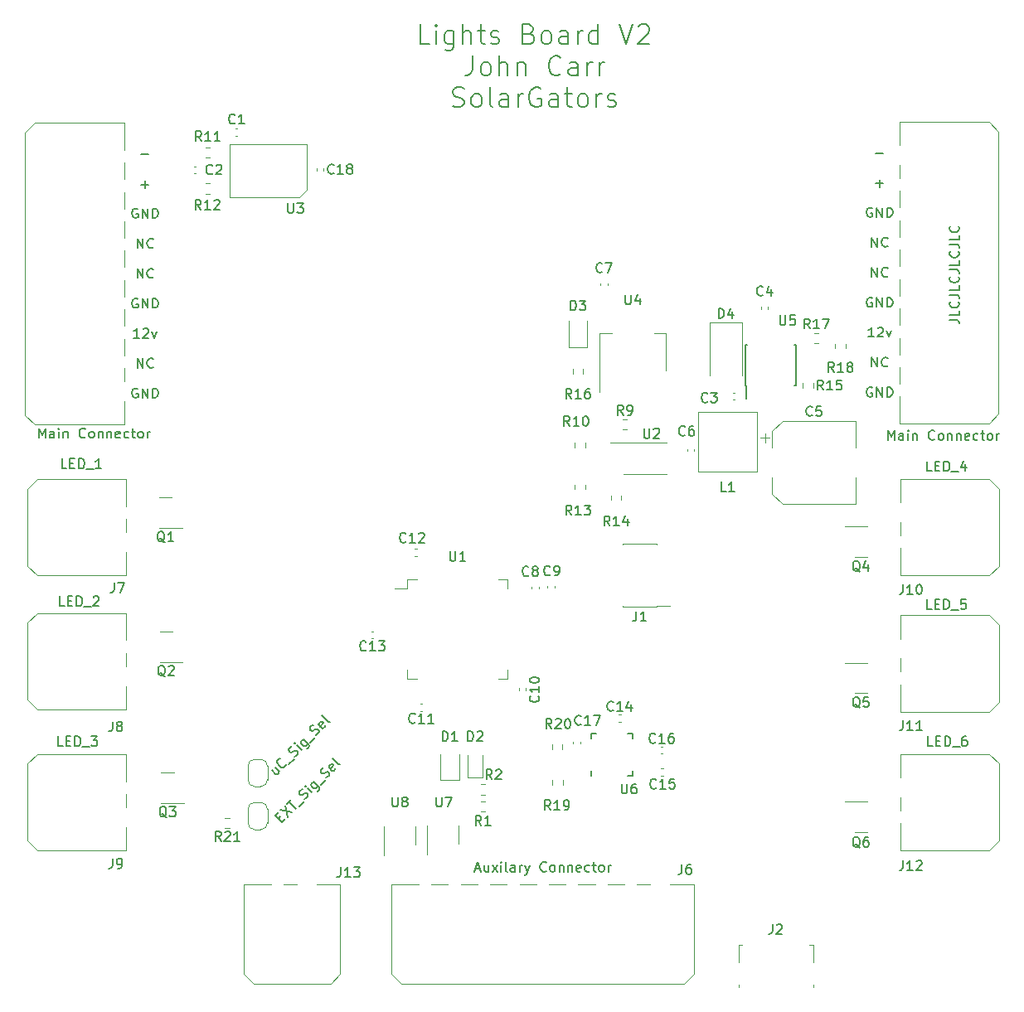
<source format=gbr>
%TF.GenerationSoftware,KiCad,Pcbnew,(6.0.1)*%
%TF.CreationDate,2022-01-27T12:00:25-05:00*%
%TF.ProjectId,Lights_Board,4c696768-7473-45f4-926f-6172642e6b69,rev?*%
%TF.SameCoordinates,Original*%
%TF.FileFunction,Legend,Top*%
%TF.FilePolarity,Positive*%
%FSLAX46Y46*%
G04 Gerber Fmt 4.6, Leading zero omitted, Abs format (unit mm)*
G04 Created by KiCad (PCBNEW (6.0.1)) date 2022-01-27 12:00:25*
%MOMM*%
%LPD*%
G01*
G04 APERTURE LIST*
%ADD10C,0.150000*%
%ADD11C,0.120000*%
G04 APERTURE END LIST*
D10*
X188260952Y-94092380D02*
X188260952Y-93092380D01*
X188594285Y-93806666D01*
X188927619Y-93092380D01*
X188927619Y-94092380D01*
X189832380Y-94092380D02*
X189832380Y-93568571D01*
X189784761Y-93473333D01*
X189689523Y-93425714D01*
X189499047Y-93425714D01*
X189403809Y-93473333D01*
X189832380Y-94044761D02*
X189737142Y-94092380D01*
X189499047Y-94092380D01*
X189403809Y-94044761D01*
X189356190Y-93949523D01*
X189356190Y-93854285D01*
X189403809Y-93759047D01*
X189499047Y-93711428D01*
X189737142Y-93711428D01*
X189832380Y-93663809D01*
X190308571Y-94092380D02*
X190308571Y-93425714D01*
X190308571Y-93092380D02*
X190260952Y-93140000D01*
X190308571Y-93187619D01*
X190356190Y-93140000D01*
X190308571Y-93092380D01*
X190308571Y-93187619D01*
X190784761Y-93425714D02*
X190784761Y-94092380D01*
X190784761Y-93520952D02*
X190832380Y-93473333D01*
X190927619Y-93425714D01*
X191070476Y-93425714D01*
X191165714Y-93473333D01*
X191213333Y-93568571D01*
X191213333Y-94092380D01*
X193022857Y-93997142D02*
X192975238Y-94044761D01*
X192832380Y-94092380D01*
X192737142Y-94092380D01*
X192594285Y-94044761D01*
X192499047Y-93949523D01*
X192451428Y-93854285D01*
X192403809Y-93663809D01*
X192403809Y-93520952D01*
X192451428Y-93330476D01*
X192499047Y-93235238D01*
X192594285Y-93140000D01*
X192737142Y-93092380D01*
X192832380Y-93092380D01*
X192975238Y-93140000D01*
X193022857Y-93187619D01*
X193594285Y-94092380D02*
X193499047Y-94044761D01*
X193451428Y-93997142D01*
X193403809Y-93901904D01*
X193403809Y-93616190D01*
X193451428Y-93520952D01*
X193499047Y-93473333D01*
X193594285Y-93425714D01*
X193737142Y-93425714D01*
X193832380Y-93473333D01*
X193880000Y-93520952D01*
X193927619Y-93616190D01*
X193927619Y-93901904D01*
X193880000Y-93997142D01*
X193832380Y-94044761D01*
X193737142Y-94092380D01*
X193594285Y-94092380D01*
X194356190Y-93425714D02*
X194356190Y-94092380D01*
X194356190Y-93520952D02*
X194403809Y-93473333D01*
X194499047Y-93425714D01*
X194641904Y-93425714D01*
X194737142Y-93473333D01*
X194784761Y-93568571D01*
X194784761Y-94092380D01*
X195260952Y-93425714D02*
X195260952Y-94092380D01*
X195260952Y-93520952D02*
X195308571Y-93473333D01*
X195403809Y-93425714D01*
X195546666Y-93425714D01*
X195641904Y-93473333D01*
X195689523Y-93568571D01*
X195689523Y-94092380D01*
X196546666Y-94044761D02*
X196451428Y-94092380D01*
X196260952Y-94092380D01*
X196165714Y-94044761D01*
X196118095Y-93949523D01*
X196118095Y-93568571D01*
X196165714Y-93473333D01*
X196260952Y-93425714D01*
X196451428Y-93425714D01*
X196546666Y-93473333D01*
X196594285Y-93568571D01*
X196594285Y-93663809D01*
X196118095Y-93759047D01*
X197451428Y-94044761D02*
X197356190Y-94092380D01*
X197165714Y-94092380D01*
X197070476Y-94044761D01*
X197022857Y-93997142D01*
X196975238Y-93901904D01*
X196975238Y-93616190D01*
X197022857Y-93520952D01*
X197070476Y-93473333D01*
X197165714Y-93425714D01*
X197356190Y-93425714D01*
X197451428Y-93473333D01*
X197737142Y-93425714D02*
X198118095Y-93425714D01*
X197880000Y-93092380D02*
X197880000Y-93949523D01*
X197927619Y-94044761D01*
X198022857Y-94092380D01*
X198118095Y-94092380D01*
X198594285Y-94092380D02*
X198499047Y-94044761D01*
X198451428Y-93997142D01*
X198403809Y-93901904D01*
X198403809Y-93616190D01*
X198451428Y-93520952D01*
X198499047Y-93473333D01*
X198594285Y-93425714D01*
X198737142Y-93425714D01*
X198832380Y-93473333D01*
X198880000Y-93520952D01*
X198927619Y-93616190D01*
X198927619Y-93901904D01*
X198880000Y-93997142D01*
X198832380Y-94044761D01*
X198737142Y-94092380D01*
X198594285Y-94092380D01*
X199356190Y-94092380D02*
X199356190Y-93425714D01*
X199356190Y-93616190D02*
X199403809Y-93520952D01*
X199451428Y-93473333D01*
X199546666Y-93425714D01*
X199641904Y-93425714D01*
X192830000Y-125362380D02*
X192353809Y-125362380D01*
X192353809Y-124362380D01*
X193163333Y-124838571D02*
X193496666Y-124838571D01*
X193639523Y-125362380D02*
X193163333Y-125362380D01*
X193163333Y-124362380D01*
X193639523Y-124362380D01*
X194068095Y-125362380D02*
X194068095Y-124362380D01*
X194306190Y-124362380D01*
X194449047Y-124410000D01*
X194544285Y-124505238D01*
X194591904Y-124600476D01*
X194639523Y-124790952D01*
X194639523Y-124933809D01*
X194591904Y-125124285D01*
X194544285Y-125219523D01*
X194449047Y-125314761D01*
X194306190Y-125362380D01*
X194068095Y-125362380D01*
X194830000Y-125457619D02*
X195591904Y-125457619D01*
X196258571Y-124362380D02*
X196068095Y-124362380D01*
X195972857Y-124410000D01*
X195925238Y-124457619D01*
X195830000Y-124600476D01*
X195782380Y-124790952D01*
X195782380Y-125171904D01*
X195830000Y-125267142D01*
X195877619Y-125314761D01*
X195972857Y-125362380D01*
X196163333Y-125362380D01*
X196258571Y-125314761D01*
X196306190Y-125267142D01*
X196353809Y-125171904D01*
X196353809Y-124933809D01*
X196306190Y-124838571D01*
X196258571Y-124790952D01*
X196163333Y-124743333D01*
X195972857Y-124743333D01*
X195877619Y-124790952D01*
X195830000Y-124838571D01*
X195782380Y-124933809D01*
X126003214Y-132795770D02*
X126238916Y-132560068D01*
X126710320Y-132829442D02*
X126373603Y-133166159D01*
X125666496Y-132459053D01*
X126003214Y-132122335D01*
X126238916Y-131886633D02*
X127417427Y-132122335D01*
X126710320Y-131415228D02*
X126946023Y-132593740D01*
X126878679Y-131246870D02*
X127282740Y-130842809D01*
X127787816Y-131751946D02*
X127080710Y-131044839D01*
X128124534Y-131549915D02*
X128663282Y-131011167D01*
X128696954Y-130775465D02*
X128831641Y-130708122D01*
X129000000Y-130539763D01*
X129033671Y-130438748D01*
X129033671Y-130371404D01*
X129000000Y-130270389D01*
X128932656Y-130203045D01*
X128831641Y-130169374D01*
X128764297Y-130169374D01*
X128663282Y-130203045D01*
X128494923Y-130304061D01*
X128393908Y-130337732D01*
X128326564Y-130337732D01*
X128225549Y-130304061D01*
X128158206Y-130236717D01*
X128124534Y-130135702D01*
X128124534Y-130068358D01*
X128158206Y-129967343D01*
X128326564Y-129798984D01*
X128461251Y-129731641D01*
X129437732Y-130102030D02*
X128966328Y-129630625D01*
X128730625Y-129394923D02*
X128730625Y-129462267D01*
X128797969Y-129462267D01*
X128797969Y-129394923D01*
X128730625Y-129394923D01*
X128797969Y-129462267D01*
X129606091Y-128990862D02*
X130178511Y-129563282D01*
X130212183Y-129664297D01*
X130212183Y-129731641D01*
X130178511Y-129832656D01*
X130077496Y-129933671D01*
X129976480Y-129967343D01*
X130043824Y-129428595D02*
X130010152Y-129529610D01*
X129875465Y-129664297D01*
X129774450Y-129697969D01*
X129707106Y-129697969D01*
X129606091Y-129664297D01*
X129404061Y-129462267D01*
X129370389Y-129361251D01*
X129370389Y-129293908D01*
X129404061Y-129192893D01*
X129538748Y-129058206D01*
X129639763Y-129024534D01*
X130313198Y-129361251D02*
X130851946Y-128822503D01*
X130885618Y-128586801D02*
X131020305Y-128519458D01*
X131188663Y-128351099D01*
X131222335Y-128250084D01*
X131222335Y-128182740D01*
X131188663Y-128081725D01*
X131121320Y-128014381D01*
X131020305Y-127980710D01*
X130952961Y-127980710D01*
X130851946Y-128014381D01*
X130683587Y-128115397D01*
X130582572Y-128149068D01*
X130515228Y-128149068D01*
X130414213Y-128115397D01*
X130346870Y-128048053D01*
X130313198Y-127947038D01*
X130313198Y-127879694D01*
X130346870Y-127778679D01*
X130515228Y-127610320D01*
X130649915Y-127542977D01*
X131862098Y-127610320D02*
X131828427Y-127711336D01*
X131693740Y-127846023D01*
X131592724Y-127879694D01*
X131491709Y-127846023D01*
X131222335Y-127576649D01*
X131188663Y-127475633D01*
X131222335Y-127374618D01*
X131357022Y-127239931D01*
X131458037Y-127206259D01*
X131559053Y-127239931D01*
X131626396Y-127307275D01*
X131357022Y-127711336D01*
X132333503Y-127206259D02*
X132232488Y-127239931D01*
X132131472Y-127206259D01*
X131525381Y-126600168D01*
X125657782Y-127539171D02*
X126129187Y-128010575D01*
X125354736Y-127842217D02*
X125725126Y-128212606D01*
X125826141Y-128246278D01*
X125927156Y-128212606D01*
X126028172Y-128111591D01*
X126061843Y-128010575D01*
X126061843Y-127943232D01*
X126802622Y-127202453D02*
X126802622Y-127269797D01*
X126735278Y-127404484D01*
X126667935Y-127471827D01*
X126533248Y-127539171D01*
X126398561Y-127539171D01*
X126297546Y-127505499D01*
X126129187Y-127404484D01*
X126028172Y-127303469D01*
X125927156Y-127135110D01*
X125893485Y-127034095D01*
X125893485Y-126899408D01*
X125960828Y-126764721D01*
X126028172Y-126697377D01*
X126162859Y-126630034D01*
X126230202Y-126630034D01*
X127071996Y-127202453D02*
X127610744Y-126663705D01*
X127644416Y-126428003D02*
X127779103Y-126360660D01*
X127947461Y-126192301D01*
X127981133Y-126091286D01*
X127981133Y-126023942D01*
X127947461Y-125922927D01*
X127880118Y-125855583D01*
X127779103Y-125821912D01*
X127711759Y-125821912D01*
X127610744Y-125855583D01*
X127442385Y-125956599D01*
X127341370Y-125990270D01*
X127274026Y-125990270D01*
X127173011Y-125956599D01*
X127105668Y-125889255D01*
X127071996Y-125788240D01*
X127071996Y-125720896D01*
X127105668Y-125619881D01*
X127274026Y-125451522D01*
X127408713Y-125384179D01*
X128385194Y-125754568D02*
X127913790Y-125283164D01*
X127678087Y-125047461D02*
X127678087Y-125114805D01*
X127745431Y-125114805D01*
X127745431Y-125047461D01*
X127678087Y-125047461D01*
X127745431Y-125114805D01*
X128553553Y-124643400D02*
X129125973Y-125215820D01*
X129159644Y-125316835D01*
X129159644Y-125384179D01*
X129125973Y-125485194D01*
X129024957Y-125586209D01*
X128923942Y-125619881D01*
X128991286Y-125081133D02*
X128957614Y-125182148D01*
X128822927Y-125316835D01*
X128721912Y-125350507D01*
X128654568Y-125350507D01*
X128553553Y-125316835D01*
X128351522Y-125114805D01*
X128317851Y-125013790D01*
X128317851Y-124946446D01*
X128351522Y-124845431D01*
X128486209Y-124710744D01*
X128587225Y-124677072D01*
X129260660Y-125013790D02*
X129799408Y-124475042D01*
X129833079Y-124239339D02*
X129967766Y-124171996D01*
X130136125Y-124003637D01*
X130169797Y-123902622D01*
X130169797Y-123835278D01*
X130136125Y-123734263D01*
X130068782Y-123666920D01*
X129967766Y-123633248D01*
X129900423Y-123633248D01*
X129799408Y-123666920D01*
X129631049Y-123767935D01*
X129530034Y-123801607D01*
X129462690Y-123801607D01*
X129361675Y-123767935D01*
X129294331Y-123700591D01*
X129260660Y-123599576D01*
X129260660Y-123532233D01*
X129294331Y-123431217D01*
X129462690Y-123262859D01*
X129597377Y-123195515D01*
X130809560Y-123262859D02*
X130775888Y-123363874D01*
X130641201Y-123498561D01*
X130540186Y-123532233D01*
X130439171Y-123498561D01*
X130169797Y-123229187D01*
X130136125Y-123128172D01*
X130169797Y-123027156D01*
X130304484Y-122892469D01*
X130405499Y-122858798D01*
X130506514Y-122892469D01*
X130573858Y-122959813D01*
X130304484Y-123363874D01*
X131280965Y-122858798D02*
X131179950Y-122892469D01*
X131078934Y-122858798D01*
X130472843Y-122252706D01*
X194552380Y-81819047D02*
X195266666Y-81819047D01*
X195409523Y-81866666D01*
X195504761Y-81961904D01*
X195552380Y-82104761D01*
X195552380Y-82200000D01*
X195552380Y-80866666D02*
X195552380Y-81342857D01*
X194552380Y-81342857D01*
X195457142Y-79961904D02*
X195504761Y-80009523D01*
X195552380Y-80152380D01*
X195552380Y-80247619D01*
X195504761Y-80390476D01*
X195409523Y-80485714D01*
X195314285Y-80533333D01*
X195123809Y-80580952D01*
X194980952Y-80580952D01*
X194790476Y-80533333D01*
X194695238Y-80485714D01*
X194600000Y-80390476D01*
X194552380Y-80247619D01*
X194552380Y-80152380D01*
X194600000Y-80009523D01*
X194647619Y-79961904D01*
X194552380Y-79247619D02*
X195266666Y-79247619D01*
X195409523Y-79295238D01*
X195504761Y-79390476D01*
X195552380Y-79533333D01*
X195552380Y-79628571D01*
X195552380Y-78295238D02*
X195552380Y-78771428D01*
X194552380Y-78771428D01*
X195457142Y-77390476D02*
X195504761Y-77438095D01*
X195552380Y-77580952D01*
X195552380Y-77676190D01*
X195504761Y-77819047D01*
X195409523Y-77914285D01*
X195314285Y-77961904D01*
X195123809Y-78009523D01*
X194980952Y-78009523D01*
X194790476Y-77961904D01*
X194695238Y-77914285D01*
X194600000Y-77819047D01*
X194552380Y-77676190D01*
X194552380Y-77580952D01*
X194600000Y-77438095D01*
X194647619Y-77390476D01*
X194552380Y-76676190D02*
X195266666Y-76676190D01*
X195409523Y-76723809D01*
X195504761Y-76819047D01*
X195552380Y-76961904D01*
X195552380Y-77057142D01*
X195552380Y-75723809D02*
X195552380Y-76200000D01*
X194552380Y-76200000D01*
X195457142Y-74819047D02*
X195504761Y-74866666D01*
X195552380Y-75009523D01*
X195552380Y-75104761D01*
X195504761Y-75247619D01*
X195409523Y-75342857D01*
X195314285Y-75390476D01*
X195123809Y-75438095D01*
X194980952Y-75438095D01*
X194790476Y-75390476D01*
X194695238Y-75342857D01*
X194600000Y-75247619D01*
X194552380Y-75104761D01*
X194552380Y-75009523D01*
X194600000Y-74866666D01*
X194647619Y-74819047D01*
X194552380Y-74104761D02*
X195266666Y-74104761D01*
X195409523Y-74152380D01*
X195504761Y-74247619D01*
X195552380Y-74390476D01*
X195552380Y-74485714D01*
X195552380Y-73152380D02*
X195552380Y-73628571D01*
X194552380Y-73628571D01*
X195457142Y-72247619D02*
X195504761Y-72295238D01*
X195552380Y-72438095D01*
X195552380Y-72533333D01*
X195504761Y-72676190D01*
X195409523Y-72771428D01*
X195314285Y-72819047D01*
X195123809Y-72866666D01*
X194980952Y-72866666D01*
X194790476Y-72819047D01*
X194695238Y-72771428D01*
X194600000Y-72676190D01*
X194552380Y-72533333D01*
X194552380Y-72438095D01*
X194600000Y-72295238D01*
X194647619Y-72247619D01*
X141435714Y-53634761D02*
X140483333Y-53634761D01*
X140483333Y-51634761D01*
X142102380Y-53634761D02*
X142102380Y-52301428D01*
X142102380Y-51634761D02*
X142007142Y-51730000D01*
X142102380Y-51825238D01*
X142197619Y-51730000D01*
X142102380Y-51634761D01*
X142102380Y-51825238D01*
X143911904Y-52301428D02*
X143911904Y-53920476D01*
X143816666Y-54110952D01*
X143721428Y-54206190D01*
X143530952Y-54301428D01*
X143245238Y-54301428D01*
X143054761Y-54206190D01*
X143911904Y-53539523D02*
X143721428Y-53634761D01*
X143340476Y-53634761D01*
X143150000Y-53539523D01*
X143054761Y-53444285D01*
X142959523Y-53253809D01*
X142959523Y-52682380D01*
X143054761Y-52491904D01*
X143150000Y-52396666D01*
X143340476Y-52301428D01*
X143721428Y-52301428D01*
X143911904Y-52396666D01*
X144864285Y-53634761D02*
X144864285Y-51634761D01*
X145721428Y-53634761D02*
X145721428Y-52587142D01*
X145626190Y-52396666D01*
X145435714Y-52301428D01*
X145150000Y-52301428D01*
X144959523Y-52396666D01*
X144864285Y-52491904D01*
X146388095Y-52301428D02*
X147150000Y-52301428D01*
X146673809Y-51634761D02*
X146673809Y-53349047D01*
X146769047Y-53539523D01*
X146959523Y-53634761D01*
X147150000Y-53634761D01*
X147721428Y-53539523D02*
X147911904Y-53634761D01*
X148292857Y-53634761D01*
X148483333Y-53539523D01*
X148578571Y-53349047D01*
X148578571Y-53253809D01*
X148483333Y-53063333D01*
X148292857Y-52968095D01*
X148007142Y-52968095D01*
X147816666Y-52872857D01*
X147721428Y-52682380D01*
X147721428Y-52587142D01*
X147816666Y-52396666D01*
X148007142Y-52301428D01*
X148292857Y-52301428D01*
X148483333Y-52396666D01*
X151626190Y-52587142D02*
X151911904Y-52682380D01*
X152007142Y-52777619D01*
X152102380Y-52968095D01*
X152102380Y-53253809D01*
X152007142Y-53444285D01*
X151911904Y-53539523D01*
X151721428Y-53634761D01*
X150959523Y-53634761D01*
X150959523Y-51634761D01*
X151626190Y-51634761D01*
X151816666Y-51730000D01*
X151911904Y-51825238D01*
X152007142Y-52015714D01*
X152007142Y-52206190D01*
X151911904Y-52396666D01*
X151816666Y-52491904D01*
X151626190Y-52587142D01*
X150959523Y-52587142D01*
X153245238Y-53634761D02*
X153054761Y-53539523D01*
X152959523Y-53444285D01*
X152864285Y-53253809D01*
X152864285Y-52682380D01*
X152959523Y-52491904D01*
X153054761Y-52396666D01*
X153245238Y-52301428D01*
X153530952Y-52301428D01*
X153721428Y-52396666D01*
X153816666Y-52491904D01*
X153911904Y-52682380D01*
X153911904Y-53253809D01*
X153816666Y-53444285D01*
X153721428Y-53539523D01*
X153530952Y-53634761D01*
X153245238Y-53634761D01*
X155626190Y-53634761D02*
X155626190Y-52587142D01*
X155530952Y-52396666D01*
X155340476Y-52301428D01*
X154959523Y-52301428D01*
X154769047Y-52396666D01*
X155626190Y-53539523D02*
X155435714Y-53634761D01*
X154959523Y-53634761D01*
X154769047Y-53539523D01*
X154673809Y-53349047D01*
X154673809Y-53158571D01*
X154769047Y-52968095D01*
X154959523Y-52872857D01*
X155435714Y-52872857D01*
X155626190Y-52777619D01*
X156578571Y-53634761D02*
X156578571Y-52301428D01*
X156578571Y-52682380D02*
X156673809Y-52491904D01*
X156769047Y-52396666D01*
X156959523Y-52301428D01*
X157150000Y-52301428D01*
X158673809Y-53634761D02*
X158673809Y-51634761D01*
X158673809Y-53539523D02*
X158483333Y-53634761D01*
X158102380Y-53634761D01*
X157911904Y-53539523D01*
X157816666Y-53444285D01*
X157721428Y-53253809D01*
X157721428Y-52682380D01*
X157816666Y-52491904D01*
X157911904Y-52396666D01*
X158102380Y-52301428D01*
X158483333Y-52301428D01*
X158673809Y-52396666D01*
X160864285Y-51634761D02*
X161530952Y-53634761D01*
X162197619Y-51634761D01*
X162769047Y-51825238D02*
X162864285Y-51730000D01*
X163054761Y-51634761D01*
X163530952Y-51634761D01*
X163721428Y-51730000D01*
X163816666Y-51825238D01*
X163911904Y-52015714D01*
X163911904Y-52206190D01*
X163816666Y-52491904D01*
X162673809Y-53634761D01*
X163911904Y-53634761D01*
X145816666Y-54854761D02*
X145816666Y-56283333D01*
X145721428Y-56569047D01*
X145530952Y-56759523D01*
X145245238Y-56854761D01*
X145054761Y-56854761D01*
X147054761Y-56854761D02*
X146864285Y-56759523D01*
X146769047Y-56664285D01*
X146673809Y-56473809D01*
X146673809Y-55902380D01*
X146769047Y-55711904D01*
X146864285Y-55616666D01*
X147054761Y-55521428D01*
X147340476Y-55521428D01*
X147530952Y-55616666D01*
X147626190Y-55711904D01*
X147721428Y-55902380D01*
X147721428Y-56473809D01*
X147626190Y-56664285D01*
X147530952Y-56759523D01*
X147340476Y-56854761D01*
X147054761Y-56854761D01*
X148578571Y-56854761D02*
X148578571Y-54854761D01*
X149435714Y-56854761D02*
X149435714Y-55807142D01*
X149340476Y-55616666D01*
X149150000Y-55521428D01*
X148864285Y-55521428D01*
X148673809Y-55616666D01*
X148578571Y-55711904D01*
X150388095Y-55521428D02*
X150388095Y-56854761D01*
X150388095Y-55711904D02*
X150483333Y-55616666D01*
X150673809Y-55521428D01*
X150959523Y-55521428D01*
X151150000Y-55616666D01*
X151245238Y-55807142D01*
X151245238Y-56854761D01*
X154864285Y-56664285D02*
X154769047Y-56759523D01*
X154483333Y-56854761D01*
X154292857Y-56854761D01*
X154007142Y-56759523D01*
X153816666Y-56569047D01*
X153721428Y-56378571D01*
X153626190Y-55997619D01*
X153626190Y-55711904D01*
X153721428Y-55330952D01*
X153816666Y-55140476D01*
X154007142Y-54950000D01*
X154292857Y-54854761D01*
X154483333Y-54854761D01*
X154769047Y-54950000D01*
X154864285Y-55045238D01*
X156578571Y-56854761D02*
X156578571Y-55807142D01*
X156483333Y-55616666D01*
X156292857Y-55521428D01*
X155911904Y-55521428D01*
X155721428Y-55616666D01*
X156578571Y-56759523D02*
X156388095Y-56854761D01*
X155911904Y-56854761D01*
X155721428Y-56759523D01*
X155626190Y-56569047D01*
X155626190Y-56378571D01*
X155721428Y-56188095D01*
X155911904Y-56092857D01*
X156388095Y-56092857D01*
X156578571Y-55997619D01*
X157530952Y-56854761D02*
X157530952Y-55521428D01*
X157530952Y-55902380D02*
X157626190Y-55711904D01*
X157721428Y-55616666D01*
X157911904Y-55521428D01*
X158102380Y-55521428D01*
X158769047Y-56854761D02*
X158769047Y-55521428D01*
X158769047Y-55902380D02*
X158864285Y-55711904D01*
X158959523Y-55616666D01*
X159150000Y-55521428D01*
X159340476Y-55521428D01*
X143816666Y-59979523D02*
X144102380Y-60074761D01*
X144578571Y-60074761D01*
X144769047Y-59979523D01*
X144864285Y-59884285D01*
X144959523Y-59693809D01*
X144959523Y-59503333D01*
X144864285Y-59312857D01*
X144769047Y-59217619D01*
X144578571Y-59122380D01*
X144197619Y-59027142D01*
X144007142Y-58931904D01*
X143911904Y-58836666D01*
X143816666Y-58646190D01*
X143816666Y-58455714D01*
X143911904Y-58265238D01*
X144007142Y-58170000D01*
X144197619Y-58074761D01*
X144673809Y-58074761D01*
X144959523Y-58170000D01*
X146102380Y-60074761D02*
X145911904Y-59979523D01*
X145816666Y-59884285D01*
X145721428Y-59693809D01*
X145721428Y-59122380D01*
X145816666Y-58931904D01*
X145911904Y-58836666D01*
X146102380Y-58741428D01*
X146388095Y-58741428D01*
X146578571Y-58836666D01*
X146673809Y-58931904D01*
X146769047Y-59122380D01*
X146769047Y-59693809D01*
X146673809Y-59884285D01*
X146578571Y-59979523D01*
X146388095Y-60074761D01*
X146102380Y-60074761D01*
X147911904Y-60074761D02*
X147721428Y-59979523D01*
X147626190Y-59789047D01*
X147626190Y-58074761D01*
X149530952Y-60074761D02*
X149530952Y-59027142D01*
X149435714Y-58836666D01*
X149245238Y-58741428D01*
X148864285Y-58741428D01*
X148673809Y-58836666D01*
X149530952Y-59979523D02*
X149340476Y-60074761D01*
X148864285Y-60074761D01*
X148673809Y-59979523D01*
X148578571Y-59789047D01*
X148578571Y-59598571D01*
X148673809Y-59408095D01*
X148864285Y-59312857D01*
X149340476Y-59312857D01*
X149530952Y-59217619D01*
X150483333Y-60074761D02*
X150483333Y-58741428D01*
X150483333Y-59122380D02*
X150578571Y-58931904D01*
X150673809Y-58836666D01*
X150864285Y-58741428D01*
X151054761Y-58741428D01*
X152769047Y-58170000D02*
X152578571Y-58074761D01*
X152292857Y-58074761D01*
X152007142Y-58170000D01*
X151816666Y-58360476D01*
X151721428Y-58550952D01*
X151626190Y-58931904D01*
X151626190Y-59217619D01*
X151721428Y-59598571D01*
X151816666Y-59789047D01*
X152007142Y-59979523D01*
X152292857Y-60074761D01*
X152483333Y-60074761D01*
X152769047Y-59979523D01*
X152864285Y-59884285D01*
X152864285Y-59217619D01*
X152483333Y-59217619D01*
X154578571Y-60074761D02*
X154578571Y-59027142D01*
X154483333Y-58836666D01*
X154292857Y-58741428D01*
X153911904Y-58741428D01*
X153721428Y-58836666D01*
X154578571Y-59979523D02*
X154388095Y-60074761D01*
X153911904Y-60074761D01*
X153721428Y-59979523D01*
X153626190Y-59789047D01*
X153626190Y-59598571D01*
X153721428Y-59408095D01*
X153911904Y-59312857D01*
X154388095Y-59312857D01*
X154578571Y-59217619D01*
X155245238Y-58741428D02*
X156007142Y-58741428D01*
X155530952Y-58074761D02*
X155530952Y-59789047D01*
X155626190Y-59979523D01*
X155816666Y-60074761D01*
X156007142Y-60074761D01*
X156959523Y-60074761D02*
X156769047Y-59979523D01*
X156673809Y-59884285D01*
X156578571Y-59693809D01*
X156578571Y-59122380D01*
X156673809Y-58931904D01*
X156769047Y-58836666D01*
X156959523Y-58741428D01*
X157245238Y-58741428D01*
X157435714Y-58836666D01*
X157530952Y-58931904D01*
X157626190Y-59122380D01*
X157626190Y-59693809D01*
X157530952Y-59884285D01*
X157435714Y-59979523D01*
X157245238Y-60074761D01*
X156959523Y-60074761D01*
X158483333Y-60074761D02*
X158483333Y-58741428D01*
X158483333Y-59122380D02*
X158578571Y-58931904D01*
X158673809Y-58836666D01*
X158864285Y-58741428D01*
X159054761Y-58741428D01*
X159626190Y-59979523D02*
X159816666Y-60074761D01*
X160197619Y-60074761D01*
X160388095Y-59979523D01*
X160483333Y-59789047D01*
X160483333Y-59693809D01*
X160388095Y-59503333D01*
X160197619Y-59408095D01*
X159911904Y-59408095D01*
X159721428Y-59312857D01*
X159626190Y-59122380D01*
X159626190Y-59027142D01*
X159721428Y-58836666D01*
X159911904Y-58741428D01*
X160197619Y-58741428D01*
X160388095Y-58836666D01*
X101540952Y-93882380D02*
X101540952Y-92882380D01*
X101874285Y-93596666D01*
X102207619Y-92882380D01*
X102207619Y-93882380D01*
X103112380Y-93882380D02*
X103112380Y-93358571D01*
X103064761Y-93263333D01*
X102969523Y-93215714D01*
X102779047Y-93215714D01*
X102683809Y-93263333D01*
X103112380Y-93834761D02*
X103017142Y-93882380D01*
X102779047Y-93882380D01*
X102683809Y-93834761D01*
X102636190Y-93739523D01*
X102636190Y-93644285D01*
X102683809Y-93549047D01*
X102779047Y-93501428D01*
X103017142Y-93501428D01*
X103112380Y-93453809D01*
X103588571Y-93882380D02*
X103588571Y-93215714D01*
X103588571Y-92882380D02*
X103540952Y-92930000D01*
X103588571Y-92977619D01*
X103636190Y-92930000D01*
X103588571Y-92882380D01*
X103588571Y-92977619D01*
X104064761Y-93215714D02*
X104064761Y-93882380D01*
X104064761Y-93310952D02*
X104112380Y-93263333D01*
X104207619Y-93215714D01*
X104350476Y-93215714D01*
X104445714Y-93263333D01*
X104493333Y-93358571D01*
X104493333Y-93882380D01*
X106302857Y-93787142D02*
X106255238Y-93834761D01*
X106112380Y-93882380D01*
X106017142Y-93882380D01*
X105874285Y-93834761D01*
X105779047Y-93739523D01*
X105731428Y-93644285D01*
X105683809Y-93453809D01*
X105683809Y-93310952D01*
X105731428Y-93120476D01*
X105779047Y-93025238D01*
X105874285Y-92930000D01*
X106017142Y-92882380D01*
X106112380Y-92882380D01*
X106255238Y-92930000D01*
X106302857Y-92977619D01*
X106874285Y-93882380D02*
X106779047Y-93834761D01*
X106731428Y-93787142D01*
X106683809Y-93691904D01*
X106683809Y-93406190D01*
X106731428Y-93310952D01*
X106779047Y-93263333D01*
X106874285Y-93215714D01*
X107017142Y-93215714D01*
X107112380Y-93263333D01*
X107160000Y-93310952D01*
X107207619Y-93406190D01*
X107207619Y-93691904D01*
X107160000Y-93787142D01*
X107112380Y-93834761D01*
X107017142Y-93882380D01*
X106874285Y-93882380D01*
X107636190Y-93215714D02*
X107636190Y-93882380D01*
X107636190Y-93310952D02*
X107683809Y-93263333D01*
X107779047Y-93215714D01*
X107921904Y-93215714D01*
X108017142Y-93263333D01*
X108064761Y-93358571D01*
X108064761Y-93882380D01*
X108540952Y-93215714D02*
X108540952Y-93882380D01*
X108540952Y-93310952D02*
X108588571Y-93263333D01*
X108683809Y-93215714D01*
X108826666Y-93215714D01*
X108921904Y-93263333D01*
X108969523Y-93358571D01*
X108969523Y-93882380D01*
X109826666Y-93834761D02*
X109731428Y-93882380D01*
X109540952Y-93882380D01*
X109445714Y-93834761D01*
X109398095Y-93739523D01*
X109398095Y-93358571D01*
X109445714Y-93263333D01*
X109540952Y-93215714D01*
X109731428Y-93215714D01*
X109826666Y-93263333D01*
X109874285Y-93358571D01*
X109874285Y-93453809D01*
X109398095Y-93549047D01*
X110731428Y-93834761D02*
X110636190Y-93882380D01*
X110445714Y-93882380D01*
X110350476Y-93834761D01*
X110302857Y-93787142D01*
X110255238Y-93691904D01*
X110255238Y-93406190D01*
X110302857Y-93310952D01*
X110350476Y-93263333D01*
X110445714Y-93215714D01*
X110636190Y-93215714D01*
X110731428Y-93263333D01*
X111017142Y-93215714D02*
X111398095Y-93215714D01*
X111160000Y-92882380D02*
X111160000Y-93739523D01*
X111207619Y-93834761D01*
X111302857Y-93882380D01*
X111398095Y-93882380D01*
X111874285Y-93882380D02*
X111779047Y-93834761D01*
X111731428Y-93787142D01*
X111683809Y-93691904D01*
X111683809Y-93406190D01*
X111731428Y-93310952D01*
X111779047Y-93263333D01*
X111874285Y-93215714D01*
X112017142Y-93215714D01*
X112112380Y-93263333D01*
X112160000Y-93310952D01*
X112207619Y-93406190D01*
X112207619Y-93691904D01*
X112160000Y-93787142D01*
X112112380Y-93834761D01*
X112017142Y-93882380D01*
X111874285Y-93882380D01*
X112636190Y-93882380D02*
X112636190Y-93215714D01*
X112636190Y-93406190D02*
X112683809Y-93310952D01*
X112731428Y-93263333D01*
X112826666Y-93215714D01*
X112921904Y-93215714D01*
X104000000Y-125362380D02*
X103523809Y-125362380D01*
X103523809Y-124362380D01*
X104333333Y-124838571D02*
X104666666Y-124838571D01*
X104809523Y-125362380D02*
X104333333Y-125362380D01*
X104333333Y-124362380D01*
X104809523Y-124362380D01*
X105238095Y-125362380D02*
X105238095Y-124362380D01*
X105476190Y-124362380D01*
X105619047Y-124410000D01*
X105714285Y-124505238D01*
X105761904Y-124600476D01*
X105809523Y-124790952D01*
X105809523Y-124933809D01*
X105761904Y-125124285D01*
X105714285Y-125219523D01*
X105619047Y-125314761D01*
X105476190Y-125362380D01*
X105238095Y-125362380D01*
X106000000Y-125457619D02*
X106761904Y-125457619D01*
X106904761Y-124362380D02*
X107523809Y-124362380D01*
X107190476Y-124743333D01*
X107333333Y-124743333D01*
X107428571Y-124790952D01*
X107476190Y-124838571D01*
X107523809Y-124933809D01*
X107523809Y-125171904D01*
X107476190Y-125267142D01*
X107428571Y-125314761D01*
X107333333Y-125362380D01*
X107047619Y-125362380D01*
X106952380Y-125314761D01*
X106904761Y-125267142D01*
X104180000Y-111052380D02*
X103703809Y-111052380D01*
X103703809Y-110052380D01*
X104513333Y-110528571D02*
X104846666Y-110528571D01*
X104989523Y-111052380D02*
X104513333Y-111052380D01*
X104513333Y-110052380D01*
X104989523Y-110052380D01*
X105418095Y-111052380D02*
X105418095Y-110052380D01*
X105656190Y-110052380D01*
X105799047Y-110100000D01*
X105894285Y-110195238D01*
X105941904Y-110290476D01*
X105989523Y-110480952D01*
X105989523Y-110623809D01*
X105941904Y-110814285D01*
X105894285Y-110909523D01*
X105799047Y-111004761D01*
X105656190Y-111052380D01*
X105418095Y-111052380D01*
X106180000Y-111147619D02*
X106941904Y-111147619D01*
X107132380Y-110147619D02*
X107180000Y-110100000D01*
X107275238Y-110052380D01*
X107513333Y-110052380D01*
X107608571Y-110100000D01*
X107656190Y-110147619D01*
X107703809Y-110242857D01*
X107703809Y-110338095D01*
X107656190Y-110480952D01*
X107084761Y-111052380D01*
X107703809Y-111052380D01*
X112019047Y-64931857D02*
X112780952Y-64931857D01*
X112019047Y-67990857D02*
X112780952Y-67990857D01*
X112400000Y-68352761D02*
X112400000Y-67628952D01*
X111638095Y-70507000D02*
X111542857Y-70461761D01*
X111400000Y-70461761D01*
X111257142Y-70507000D01*
X111161904Y-70597476D01*
X111114285Y-70687952D01*
X111066666Y-70868904D01*
X111066666Y-71004619D01*
X111114285Y-71185571D01*
X111161904Y-71276047D01*
X111257142Y-71366523D01*
X111400000Y-71411761D01*
X111495238Y-71411761D01*
X111638095Y-71366523D01*
X111685714Y-71321285D01*
X111685714Y-71004619D01*
X111495238Y-71004619D01*
X112114285Y-71411761D02*
X112114285Y-70461761D01*
X112685714Y-71411761D01*
X112685714Y-70461761D01*
X113161904Y-71411761D02*
X113161904Y-70461761D01*
X113400000Y-70461761D01*
X113542857Y-70507000D01*
X113638095Y-70597476D01*
X113685714Y-70687952D01*
X113733333Y-70868904D01*
X113733333Y-71004619D01*
X113685714Y-71185571D01*
X113638095Y-71276047D01*
X113542857Y-71366523D01*
X113400000Y-71411761D01*
X113161904Y-71411761D01*
X111614285Y-74470761D02*
X111614285Y-73520761D01*
X112185714Y-74470761D01*
X112185714Y-73520761D01*
X113233333Y-74380285D02*
X113185714Y-74425523D01*
X113042857Y-74470761D01*
X112947619Y-74470761D01*
X112804761Y-74425523D01*
X112709523Y-74335047D01*
X112661904Y-74244571D01*
X112614285Y-74063619D01*
X112614285Y-73927904D01*
X112661904Y-73746952D01*
X112709523Y-73656476D01*
X112804761Y-73566000D01*
X112947619Y-73520761D01*
X113042857Y-73520761D01*
X113185714Y-73566000D01*
X113233333Y-73611238D01*
X111614285Y-77529761D02*
X111614285Y-76579761D01*
X112185714Y-77529761D01*
X112185714Y-76579761D01*
X113233333Y-77439285D02*
X113185714Y-77484523D01*
X113042857Y-77529761D01*
X112947619Y-77529761D01*
X112804761Y-77484523D01*
X112709523Y-77394047D01*
X112661904Y-77303571D01*
X112614285Y-77122619D01*
X112614285Y-76986904D01*
X112661904Y-76805952D01*
X112709523Y-76715476D01*
X112804761Y-76625000D01*
X112947619Y-76579761D01*
X113042857Y-76579761D01*
X113185714Y-76625000D01*
X113233333Y-76670238D01*
X111638095Y-79684000D02*
X111542857Y-79638761D01*
X111400000Y-79638761D01*
X111257142Y-79684000D01*
X111161904Y-79774476D01*
X111114285Y-79864952D01*
X111066666Y-80045904D01*
X111066666Y-80181619D01*
X111114285Y-80362571D01*
X111161904Y-80453047D01*
X111257142Y-80543523D01*
X111400000Y-80588761D01*
X111495238Y-80588761D01*
X111638095Y-80543523D01*
X111685714Y-80498285D01*
X111685714Y-80181619D01*
X111495238Y-80181619D01*
X112114285Y-80588761D02*
X112114285Y-79638761D01*
X112685714Y-80588761D01*
X112685714Y-79638761D01*
X113161904Y-80588761D02*
X113161904Y-79638761D01*
X113400000Y-79638761D01*
X113542857Y-79684000D01*
X113638095Y-79774476D01*
X113685714Y-79864952D01*
X113733333Y-80045904D01*
X113733333Y-80181619D01*
X113685714Y-80362571D01*
X113638095Y-80453047D01*
X113542857Y-80543523D01*
X113400000Y-80588761D01*
X113161904Y-80588761D01*
X111828571Y-83647761D02*
X111257142Y-83647761D01*
X111542857Y-83647761D02*
X111542857Y-82697761D01*
X111447619Y-82833476D01*
X111352380Y-82923952D01*
X111257142Y-82969190D01*
X112209523Y-82788238D02*
X112257142Y-82743000D01*
X112352380Y-82697761D01*
X112590476Y-82697761D01*
X112685714Y-82743000D01*
X112733333Y-82788238D01*
X112780952Y-82878714D01*
X112780952Y-82969190D01*
X112733333Y-83104904D01*
X112161904Y-83647761D01*
X112780952Y-83647761D01*
X113114285Y-83014428D02*
X113352380Y-83647761D01*
X113590476Y-83014428D01*
X111614285Y-86706761D02*
X111614285Y-85756761D01*
X112185714Y-86706761D01*
X112185714Y-85756761D01*
X113233333Y-86616285D02*
X113185714Y-86661523D01*
X113042857Y-86706761D01*
X112947619Y-86706761D01*
X112804761Y-86661523D01*
X112709523Y-86571047D01*
X112661904Y-86480571D01*
X112614285Y-86299619D01*
X112614285Y-86163904D01*
X112661904Y-85982952D01*
X112709523Y-85892476D01*
X112804761Y-85802000D01*
X112947619Y-85756761D01*
X113042857Y-85756761D01*
X113185714Y-85802000D01*
X113233333Y-85847238D01*
X111638095Y-88861000D02*
X111542857Y-88815761D01*
X111400000Y-88815761D01*
X111257142Y-88861000D01*
X111161904Y-88951476D01*
X111114285Y-89041952D01*
X111066666Y-89222904D01*
X111066666Y-89358619D01*
X111114285Y-89539571D01*
X111161904Y-89630047D01*
X111257142Y-89720523D01*
X111400000Y-89765761D01*
X111495238Y-89765761D01*
X111638095Y-89720523D01*
X111685714Y-89675285D01*
X111685714Y-89358619D01*
X111495238Y-89358619D01*
X112114285Y-89765761D02*
X112114285Y-88815761D01*
X112685714Y-89765761D01*
X112685714Y-88815761D01*
X113161904Y-89765761D02*
X113161904Y-88815761D01*
X113400000Y-88815761D01*
X113542857Y-88861000D01*
X113638095Y-88951476D01*
X113685714Y-89041952D01*
X113733333Y-89222904D01*
X113733333Y-89358619D01*
X113685714Y-89539571D01*
X113638095Y-89630047D01*
X113542857Y-89720523D01*
X113400000Y-89765761D01*
X113161904Y-89765761D01*
X192740000Y-111362380D02*
X192263809Y-111362380D01*
X192263809Y-110362380D01*
X193073333Y-110838571D02*
X193406666Y-110838571D01*
X193549523Y-111362380D02*
X193073333Y-111362380D01*
X193073333Y-110362380D01*
X193549523Y-110362380D01*
X193978095Y-111362380D02*
X193978095Y-110362380D01*
X194216190Y-110362380D01*
X194359047Y-110410000D01*
X194454285Y-110505238D01*
X194501904Y-110600476D01*
X194549523Y-110790952D01*
X194549523Y-110933809D01*
X194501904Y-111124285D01*
X194454285Y-111219523D01*
X194359047Y-111314761D01*
X194216190Y-111362380D01*
X193978095Y-111362380D01*
X194740000Y-111457619D02*
X195501904Y-111457619D01*
X196216190Y-110362380D02*
X195740000Y-110362380D01*
X195692380Y-110838571D01*
X195740000Y-110790952D01*
X195835238Y-110743333D01*
X196073333Y-110743333D01*
X196168571Y-110790952D01*
X196216190Y-110838571D01*
X196263809Y-110933809D01*
X196263809Y-111171904D01*
X196216190Y-111267142D01*
X196168571Y-111314761D01*
X196073333Y-111362380D01*
X195835238Y-111362380D01*
X195740000Y-111314761D01*
X195692380Y-111267142D01*
X187019047Y-64831857D02*
X187780952Y-64831857D01*
X187019047Y-67890857D02*
X187780952Y-67890857D01*
X187400000Y-68252761D02*
X187400000Y-67528952D01*
X186638095Y-70407000D02*
X186542857Y-70361761D01*
X186400000Y-70361761D01*
X186257142Y-70407000D01*
X186161904Y-70497476D01*
X186114285Y-70587952D01*
X186066666Y-70768904D01*
X186066666Y-70904619D01*
X186114285Y-71085571D01*
X186161904Y-71176047D01*
X186257142Y-71266523D01*
X186400000Y-71311761D01*
X186495238Y-71311761D01*
X186638095Y-71266523D01*
X186685714Y-71221285D01*
X186685714Y-70904619D01*
X186495238Y-70904619D01*
X187114285Y-71311761D02*
X187114285Y-70361761D01*
X187685714Y-71311761D01*
X187685714Y-70361761D01*
X188161904Y-71311761D02*
X188161904Y-70361761D01*
X188400000Y-70361761D01*
X188542857Y-70407000D01*
X188638095Y-70497476D01*
X188685714Y-70587952D01*
X188733333Y-70768904D01*
X188733333Y-70904619D01*
X188685714Y-71085571D01*
X188638095Y-71176047D01*
X188542857Y-71266523D01*
X188400000Y-71311761D01*
X188161904Y-71311761D01*
X186614285Y-74370761D02*
X186614285Y-73420761D01*
X187185714Y-74370761D01*
X187185714Y-73420761D01*
X188233333Y-74280285D02*
X188185714Y-74325523D01*
X188042857Y-74370761D01*
X187947619Y-74370761D01*
X187804761Y-74325523D01*
X187709523Y-74235047D01*
X187661904Y-74144571D01*
X187614285Y-73963619D01*
X187614285Y-73827904D01*
X187661904Y-73646952D01*
X187709523Y-73556476D01*
X187804761Y-73466000D01*
X187947619Y-73420761D01*
X188042857Y-73420761D01*
X188185714Y-73466000D01*
X188233333Y-73511238D01*
X186614285Y-77429761D02*
X186614285Y-76479761D01*
X187185714Y-77429761D01*
X187185714Y-76479761D01*
X188233333Y-77339285D02*
X188185714Y-77384523D01*
X188042857Y-77429761D01*
X187947619Y-77429761D01*
X187804761Y-77384523D01*
X187709523Y-77294047D01*
X187661904Y-77203571D01*
X187614285Y-77022619D01*
X187614285Y-76886904D01*
X187661904Y-76705952D01*
X187709523Y-76615476D01*
X187804761Y-76525000D01*
X187947619Y-76479761D01*
X188042857Y-76479761D01*
X188185714Y-76525000D01*
X188233333Y-76570238D01*
X186638095Y-79584000D02*
X186542857Y-79538761D01*
X186400000Y-79538761D01*
X186257142Y-79584000D01*
X186161904Y-79674476D01*
X186114285Y-79764952D01*
X186066666Y-79945904D01*
X186066666Y-80081619D01*
X186114285Y-80262571D01*
X186161904Y-80353047D01*
X186257142Y-80443523D01*
X186400000Y-80488761D01*
X186495238Y-80488761D01*
X186638095Y-80443523D01*
X186685714Y-80398285D01*
X186685714Y-80081619D01*
X186495238Y-80081619D01*
X187114285Y-80488761D02*
X187114285Y-79538761D01*
X187685714Y-80488761D01*
X187685714Y-79538761D01*
X188161904Y-80488761D02*
X188161904Y-79538761D01*
X188400000Y-79538761D01*
X188542857Y-79584000D01*
X188638095Y-79674476D01*
X188685714Y-79764952D01*
X188733333Y-79945904D01*
X188733333Y-80081619D01*
X188685714Y-80262571D01*
X188638095Y-80353047D01*
X188542857Y-80443523D01*
X188400000Y-80488761D01*
X188161904Y-80488761D01*
X186828571Y-83547761D02*
X186257142Y-83547761D01*
X186542857Y-83547761D02*
X186542857Y-82597761D01*
X186447619Y-82733476D01*
X186352380Y-82823952D01*
X186257142Y-82869190D01*
X187209523Y-82688238D02*
X187257142Y-82643000D01*
X187352380Y-82597761D01*
X187590476Y-82597761D01*
X187685714Y-82643000D01*
X187733333Y-82688238D01*
X187780952Y-82778714D01*
X187780952Y-82869190D01*
X187733333Y-83004904D01*
X187161904Y-83547761D01*
X187780952Y-83547761D01*
X188114285Y-82914428D02*
X188352380Y-83547761D01*
X188590476Y-82914428D01*
X186614285Y-86606761D02*
X186614285Y-85656761D01*
X187185714Y-86606761D01*
X187185714Y-85656761D01*
X188233333Y-86516285D02*
X188185714Y-86561523D01*
X188042857Y-86606761D01*
X187947619Y-86606761D01*
X187804761Y-86561523D01*
X187709523Y-86471047D01*
X187661904Y-86380571D01*
X187614285Y-86199619D01*
X187614285Y-86063904D01*
X187661904Y-85882952D01*
X187709523Y-85792476D01*
X187804761Y-85702000D01*
X187947619Y-85656761D01*
X188042857Y-85656761D01*
X188185714Y-85702000D01*
X188233333Y-85747238D01*
X186638095Y-88761000D02*
X186542857Y-88715761D01*
X186400000Y-88715761D01*
X186257142Y-88761000D01*
X186161904Y-88851476D01*
X186114285Y-88941952D01*
X186066666Y-89122904D01*
X186066666Y-89258619D01*
X186114285Y-89439571D01*
X186161904Y-89530047D01*
X186257142Y-89620523D01*
X186400000Y-89665761D01*
X186495238Y-89665761D01*
X186638095Y-89620523D01*
X186685714Y-89575285D01*
X186685714Y-89258619D01*
X186495238Y-89258619D01*
X187114285Y-89665761D02*
X187114285Y-88715761D01*
X187685714Y-89665761D01*
X187685714Y-88715761D01*
X188161904Y-89665761D02*
X188161904Y-88715761D01*
X188400000Y-88715761D01*
X188542857Y-88761000D01*
X188638095Y-88851476D01*
X188685714Y-88941952D01*
X188733333Y-89122904D01*
X188733333Y-89258619D01*
X188685714Y-89439571D01*
X188638095Y-89530047D01*
X188542857Y-89620523D01*
X188400000Y-89665761D01*
X188161904Y-89665761D01*
X192740000Y-97262380D02*
X192263809Y-97262380D01*
X192263809Y-96262380D01*
X193073333Y-96738571D02*
X193406666Y-96738571D01*
X193549523Y-97262380D02*
X193073333Y-97262380D01*
X193073333Y-96262380D01*
X193549523Y-96262380D01*
X193978095Y-97262380D02*
X193978095Y-96262380D01*
X194216190Y-96262380D01*
X194359047Y-96310000D01*
X194454285Y-96405238D01*
X194501904Y-96500476D01*
X194549523Y-96690952D01*
X194549523Y-96833809D01*
X194501904Y-97024285D01*
X194454285Y-97119523D01*
X194359047Y-97214761D01*
X194216190Y-97262380D01*
X193978095Y-97262380D01*
X194740000Y-97357619D02*
X195501904Y-97357619D01*
X196168571Y-96595714D02*
X196168571Y-97262380D01*
X195930476Y-96214761D02*
X195692380Y-96929047D01*
X196311428Y-96929047D01*
X104400000Y-97002380D02*
X103923809Y-97002380D01*
X103923809Y-96002380D01*
X104733333Y-96478571D02*
X105066666Y-96478571D01*
X105209523Y-97002380D02*
X104733333Y-97002380D01*
X104733333Y-96002380D01*
X105209523Y-96002380D01*
X105638095Y-97002380D02*
X105638095Y-96002380D01*
X105876190Y-96002380D01*
X106019047Y-96050000D01*
X106114285Y-96145238D01*
X106161904Y-96240476D01*
X106209523Y-96430952D01*
X106209523Y-96573809D01*
X106161904Y-96764285D01*
X106114285Y-96859523D01*
X106019047Y-96954761D01*
X105876190Y-97002380D01*
X105638095Y-97002380D01*
X106400000Y-97097619D02*
X107161904Y-97097619D01*
X107923809Y-97002380D02*
X107352380Y-97002380D01*
X107638095Y-97002380D02*
X107638095Y-96002380D01*
X107542857Y-96145238D01*
X107447619Y-96240476D01*
X107352380Y-96288095D01*
X146129047Y-137906666D02*
X146605238Y-137906666D01*
X146033809Y-138192380D02*
X146367142Y-137192380D01*
X146700476Y-138192380D01*
X147462380Y-137525714D02*
X147462380Y-138192380D01*
X147033809Y-137525714D02*
X147033809Y-138049523D01*
X147081428Y-138144761D01*
X147176666Y-138192380D01*
X147319523Y-138192380D01*
X147414761Y-138144761D01*
X147462380Y-138097142D01*
X147843333Y-138192380D02*
X148367142Y-137525714D01*
X147843333Y-137525714D02*
X148367142Y-138192380D01*
X148748095Y-138192380D02*
X148748095Y-137525714D01*
X148748095Y-137192380D02*
X148700476Y-137240000D01*
X148748095Y-137287619D01*
X148795714Y-137240000D01*
X148748095Y-137192380D01*
X148748095Y-137287619D01*
X149367142Y-138192380D02*
X149271904Y-138144761D01*
X149224285Y-138049523D01*
X149224285Y-137192380D01*
X150176666Y-138192380D02*
X150176666Y-137668571D01*
X150129047Y-137573333D01*
X150033809Y-137525714D01*
X149843333Y-137525714D01*
X149748095Y-137573333D01*
X150176666Y-138144761D02*
X150081428Y-138192380D01*
X149843333Y-138192380D01*
X149748095Y-138144761D01*
X149700476Y-138049523D01*
X149700476Y-137954285D01*
X149748095Y-137859047D01*
X149843333Y-137811428D01*
X150081428Y-137811428D01*
X150176666Y-137763809D01*
X150652857Y-138192380D02*
X150652857Y-137525714D01*
X150652857Y-137716190D02*
X150700476Y-137620952D01*
X150748095Y-137573333D01*
X150843333Y-137525714D01*
X150938571Y-137525714D01*
X151176666Y-137525714D02*
X151414761Y-138192380D01*
X151652857Y-137525714D02*
X151414761Y-138192380D01*
X151319523Y-138430476D01*
X151271904Y-138478095D01*
X151176666Y-138525714D01*
X153367142Y-138097142D02*
X153319523Y-138144761D01*
X153176666Y-138192380D01*
X153081428Y-138192380D01*
X152938571Y-138144761D01*
X152843333Y-138049523D01*
X152795714Y-137954285D01*
X152748095Y-137763809D01*
X152748095Y-137620952D01*
X152795714Y-137430476D01*
X152843333Y-137335238D01*
X152938571Y-137240000D01*
X153081428Y-137192380D01*
X153176666Y-137192380D01*
X153319523Y-137240000D01*
X153367142Y-137287619D01*
X153938571Y-138192380D02*
X153843333Y-138144761D01*
X153795714Y-138097142D01*
X153748095Y-138001904D01*
X153748095Y-137716190D01*
X153795714Y-137620952D01*
X153843333Y-137573333D01*
X153938571Y-137525714D01*
X154081428Y-137525714D01*
X154176666Y-137573333D01*
X154224285Y-137620952D01*
X154271904Y-137716190D01*
X154271904Y-138001904D01*
X154224285Y-138097142D01*
X154176666Y-138144761D01*
X154081428Y-138192380D01*
X153938571Y-138192380D01*
X154700476Y-137525714D02*
X154700476Y-138192380D01*
X154700476Y-137620952D02*
X154748095Y-137573333D01*
X154843333Y-137525714D01*
X154986190Y-137525714D01*
X155081428Y-137573333D01*
X155129047Y-137668571D01*
X155129047Y-138192380D01*
X155605238Y-137525714D02*
X155605238Y-138192380D01*
X155605238Y-137620952D02*
X155652857Y-137573333D01*
X155748095Y-137525714D01*
X155890952Y-137525714D01*
X155986190Y-137573333D01*
X156033809Y-137668571D01*
X156033809Y-138192380D01*
X156890952Y-138144761D02*
X156795714Y-138192380D01*
X156605238Y-138192380D01*
X156510000Y-138144761D01*
X156462380Y-138049523D01*
X156462380Y-137668571D01*
X156510000Y-137573333D01*
X156605238Y-137525714D01*
X156795714Y-137525714D01*
X156890952Y-137573333D01*
X156938571Y-137668571D01*
X156938571Y-137763809D01*
X156462380Y-137859047D01*
X157795714Y-138144761D02*
X157700476Y-138192380D01*
X157510000Y-138192380D01*
X157414761Y-138144761D01*
X157367142Y-138097142D01*
X157319523Y-138001904D01*
X157319523Y-137716190D01*
X157367142Y-137620952D01*
X157414761Y-137573333D01*
X157510000Y-137525714D01*
X157700476Y-137525714D01*
X157795714Y-137573333D01*
X158081428Y-137525714D02*
X158462380Y-137525714D01*
X158224285Y-137192380D02*
X158224285Y-138049523D01*
X158271904Y-138144761D01*
X158367142Y-138192380D01*
X158462380Y-138192380D01*
X158938571Y-138192380D02*
X158843333Y-138144761D01*
X158795714Y-138097142D01*
X158748095Y-138001904D01*
X158748095Y-137716190D01*
X158795714Y-137620952D01*
X158843333Y-137573333D01*
X158938571Y-137525714D01*
X159081428Y-137525714D01*
X159176666Y-137573333D01*
X159224285Y-137620952D01*
X159271904Y-137716190D01*
X159271904Y-138001904D01*
X159224285Y-138097142D01*
X159176666Y-138144761D01*
X159081428Y-138192380D01*
X158938571Y-138192380D01*
X159700476Y-138192380D02*
X159700476Y-137525714D01*
X159700476Y-137716190D02*
X159748095Y-137620952D01*
X159795714Y-137573333D01*
X159890952Y-137525714D01*
X159986190Y-137525714D01*
%TO.C,D3*%
X155861904Y-80852380D02*
X155861904Y-79852380D01*
X156100000Y-79852380D01*
X156242857Y-79900000D01*
X156338095Y-79995238D01*
X156385714Y-80090476D01*
X156433333Y-80280952D01*
X156433333Y-80423809D01*
X156385714Y-80614285D01*
X156338095Y-80709523D01*
X156242857Y-80804761D01*
X156100000Y-80852380D01*
X155861904Y-80852380D01*
X156766666Y-79852380D02*
X157385714Y-79852380D01*
X157052380Y-80233333D01*
X157195238Y-80233333D01*
X157290476Y-80280952D01*
X157338095Y-80328571D01*
X157385714Y-80423809D01*
X157385714Y-80661904D01*
X157338095Y-80757142D01*
X157290476Y-80804761D01*
X157195238Y-80852380D01*
X156909523Y-80852380D01*
X156814285Y-80804761D01*
X156766666Y-80757142D01*
%TO.C,D2*%
X145361904Y-124852380D02*
X145361904Y-123852380D01*
X145600000Y-123852380D01*
X145742857Y-123900000D01*
X145838095Y-123995238D01*
X145885714Y-124090476D01*
X145933333Y-124280952D01*
X145933333Y-124423809D01*
X145885714Y-124614285D01*
X145838095Y-124709523D01*
X145742857Y-124804761D01*
X145600000Y-124852380D01*
X145361904Y-124852380D01*
X146314285Y-123947619D02*
X146361904Y-123900000D01*
X146457142Y-123852380D01*
X146695238Y-123852380D01*
X146790476Y-123900000D01*
X146838095Y-123947619D01*
X146885714Y-124042857D01*
X146885714Y-124138095D01*
X146838095Y-124280952D01*
X146266666Y-124852380D01*
X146885714Y-124852380D01*
%TO.C,D1*%
X142761904Y-124852380D02*
X142761904Y-123852380D01*
X143000000Y-123852380D01*
X143142857Y-123900000D01*
X143238095Y-123995238D01*
X143285714Y-124090476D01*
X143333333Y-124280952D01*
X143333333Y-124423809D01*
X143285714Y-124614285D01*
X143238095Y-124709523D01*
X143142857Y-124804761D01*
X143000000Y-124852380D01*
X142761904Y-124852380D01*
X144285714Y-124852380D02*
X143714285Y-124852380D01*
X144000000Y-124852380D02*
X144000000Y-123852380D01*
X143904761Y-123995238D01*
X143809523Y-124090476D01*
X143714285Y-124138095D01*
%TO.C,D4*%
X170961904Y-81652380D02*
X170961904Y-80652380D01*
X171200000Y-80652380D01*
X171342857Y-80700000D01*
X171438095Y-80795238D01*
X171485714Y-80890476D01*
X171533333Y-81080952D01*
X171533333Y-81223809D01*
X171485714Y-81414285D01*
X171438095Y-81509523D01*
X171342857Y-81604761D01*
X171200000Y-81652380D01*
X170961904Y-81652380D01*
X172390476Y-80985714D02*
X172390476Y-81652380D01*
X172152380Y-80604761D02*
X171914285Y-81319047D01*
X172533333Y-81319047D01*
%TO.C,C2*%
X119283333Y-66857142D02*
X119235714Y-66904761D01*
X119092857Y-66952380D01*
X118997619Y-66952380D01*
X118854761Y-66904761D01*
X118759523Y-66809523D01*
X118711904Y-66714285D01*
X118664285Y-66523809D01*
X118664285Y-66380952D01*
X118711904Y-66190476D01*
X118759523Y-66095238D01*
X118854761Y-66000000D01*
X118997619Y-65952380D01*
X119092857Y-65952380D01*
X119235714Y-66000000D01*
X119283333Y-66047619D01*
X119664285Y-66047619D02*
X119711904Y-66000000D01*
X119807142Y-65952380D01*
X120045238Y-65952380D01*
X120140476Y-66000000D01*
X120188095Y-66047619D01*
X120235714Y-66142857D01*
X120235714Y-66238095D01*
X120188095Y-66380952D01*
X119616666Y-66952380D01*
X120235714Y-66952380D01*
%TO.C,C3*%
X169833333Y-90157142D02*
X169785714Y-90204761D01*
X169642857Y-90252380D01*
X169547619Y-90252380D01*
X169404761Y-90204761D01*
X169309523Y-90109523D01*
X169261904Y-90014285D01*
X169214285Y-89823809D01*
X169214285Y-89680952D01*
X169261904Y-89490476D01*
X169309523Y-89395238D01*
X169404761Y-89300000D01*
X169547619Y-89252380D01*
X169642857Y-89252380D01*
X169785714Y-89300000D01*
X169833333Y-89347619D01*
X170166666Y-89252380D02*
X170785714Y-89252380D01*
X170452380Y-89633333D01*
X170595238Y-89633333D01*
X170690476Y-89680952D01*
X170738095Y-89728571D01*
X170785714Y-89823809D01*
X170785714Y-90061904D01*
X170738095Y-90157142D01*
X170690476Y-90204761D01*
X170595238Y-90252380D01*
X170309523Y-90252380D01*
X170214285Y-90204761D01*
X170166666Y-90157142D01*
%TO.C,C4*%
X175483333Y-79272142D02*
X175435714Y-79319761D01*
X175292857Y-79367380D01*
X175197619Y-79367380D01*
X175054761Y-79319761D01*
X174959523Y-79224523D01*
X174911904Y-79129285D01*
X174864285Y-78938809D01*
X174864285Y-78795952D01*
X174911904Y-78605476D01*
X174959523Y-78510238D01*
X175054761Y-78415000D01*
X175197619Y-78367380D01*
X175292857Y-78367380D01*
X175435714Y-78415000D01*
X175483333Y-78462619D01*
X176340476Y-78700714D02*
X176340476Y-79367380D01*
X176102380Y-78319761D02*
X175864285Y-79034047D01*
X176483333Y-79034047D01*
%TO.C,C5*%
X180533333Y-91557142D02*
X180485714Y-91604761D01*
X180342857Y-91652380D01*
X180247619Y-91652380D01*
X180104761Y-91604761D01*
X180009523Y-91509523D01*
X179961904Y-91414285D01*
X179914285Y-91223809D01*
X179914285Y-91080952D01*
X179961904Y-90890476D01*
X180009523Y-90795238D01*
X180104761Y-90700000D01*
X180247619Y-90652380D01*
X180342857Y-90652380D01*
X180485714Y-90700000D01*
X180533333Y-90747619D01*
X181438095Y-90652380D02*
X180961904Y-90652380D01*
X180914285Y-91128571D01*
X180961904Y-91080952D01*
X181057142Y-91033333D01*
X181295238Y-91033333D01*
X181390476Y-91080952D01*
X181438095Y-91128571D01*
X181485714Y-91223809D01*
X181485714Y-91461904D01*
X181438095Y-91557142D01*
X181390476Y-91604761D01*
X181295238Y-91652380D01*
X181057142Y-91652380D01*
X180961904Y-91604761D01*
X180914285Y-91557142D01*
%TO.C,C6*%
X167533333Y-93557142D02*
X167485714Y-93604761D01*
X167342857Y-93652380D01*
X167247619Y-93652380D01*
X167104761Y-93604761D01*
X167009523Y-93509523D01*
X166961904Y-93414285D01*
X166914285Y-93223809D01*
X166914285Y-93080952D01*
X166961904Y-92890476D01*
X167009523Y-92795238D01*
X167104761Y-92700000D01*
X167247619Y-92652380D01*
X167342857Y-92652380D01*
X167485714Y-92700000D01*
X167533333Y-92747619D01*
X168390476Y-92652380D02*
X168200000Y-92652380D01*
X168104761Y-92700000D01*
X168057142Y-92747619D01*
X167961904Y-92890476D01*
X167914285Y-93080952D01*
X167914285Y-93461904D01*
X167961904Y-93557142D01*
X168009523Y-93604761D01*
X168104761Y-93652380D01*
X168295238Y-93652380D01*
X168390476Y-93604761D01*
X168438095Y-93557142D01*
X168485714Y-93461904D01*
X168485714Y-93223809D01*
X168438095Y-93128571D01*
X168390476Y-93080952D01*
X168295238Y-93033333D01*
X168104761Y-93033333D01*
X168009523Y-93080952D01*
X167961904Y-93128571D01*
X167914285Y-93223809D01*
%TO.C,C7*%
X159083333Y-76897142D02*
X159035714Y-76944761D01*
X158892857Y-76992380D01*
X158797619Y-76992380D01*
X158654761Y-76944761D01*
X158559523Y-76849523D01*
X158511904Y-76754285D01*
X158464285Y-76563809D01*
X158464285Y-76420952D01*
X158511904Y-76230476D01*
X158559523Y-76135238D01*
X158654761Y-76040000D01*
X158797619Y-75992380D01*
X158892857Y-75992380D01*
X159035714Y-76040000D01*
X159083333Y-76087619D01*
X159416666Y-75992380D02*
X160083333Y-75992380D01*
X159654761Y-76992380D01*
%TO.C,J1*%
X162566666Y-111587380D02*
X162566666Y-112301666D01*
X162519047Y-112444523D01*
X162423809Y-112539761D01*
X162280952Y-112587380D01*
X162185714Y-112587380D01*
X163566666Y-112587380D02*
X162995238Y-112587380D01*
X163280952Y-112587380D02*
X163280952Y-111587380D01*
X163185714Y-111730238D01*
X163090476Y-111825476D01*
X162995238Y-111873095D01*
%TO.C,J2*%
X176466666Y-143552380D02*
X176466666Y-144266666D01*
X176419047Y-144409523D01*
X176323809Y-144504761D01*
X176180952Y-144552380D01*
X176085714Y-144552380D01*
X176895238Y-143647619D02*
X176942857Y-143600000D01*
X177038095Y-143552380D01*
X177276190Y-143552380D01*
X177371428Y-143600000D01*
X177419047Y-143647619D01*
X177466666Y-143742857D01*
X177466666Y-143838095D01*
X177419047Y-143980952D01*
X176847619Y-144552380D01*
X177466666Y-144552380D01*
%TO.C,J6*%
X167206666Y-137432380D02*
X167206666Y-138146666D01*
X167159047Y-138289523D01*
X167063809Y-138384761D01*
X166920952Y-138432380D01*
X166825714Y-138432380D01*
X168111428Y-137432380D02*
X167920952Y-137432380D01*
X167825714Y-137480000D01*
X167778095Y-137527619D01*
X167682857Y-137670476D01*
X167635238Y-137860952D01*
X167635238Y-138241904D01*
X167682857Y-138337142D01*
X167730476Y-138384761D01*
X167825714Y-138432380D01*
X168016190Y-138432380D01*
X168111428Y-138384761D01*
X168159047Y-138337142D01*
X168206666Y-138241904D01*
X168206666Y-138003809D01*
X168159047Y-137908571D01*
X168111428Y-137860952D01*
X168016190Y-137813333D01*
X167825714Y-137813333D01*
X167730476Y-137860952D01*
X167682857Y-137908571D01*
X167635238Y-138003809D01*
%TO.C,J7*%
X109266666Y-108652380D02*
X109266666Y-109366666D01*
X109219047Y-109509523D01*
X109123809Y-109604761D01*
X108980952Y-109652380D01*
X108885714Y-109652380D01*
X109647619Y-108652380D02*
X110314285Y-108652380D01*
X109885714Y-109652380D01*
%TO.C,J8*%
X109066666Y-122852380D02*
X109066666Y-123566666D01*
X109019047Y-123709523D01*
X108923809Y-123804761D01*
X108780952Y-123852380D01*
X108685714Y-123852380D01*
X109685714Y-123280952D02*
X109590476Y-123233333D01*
X109542857Y-123185714D01*
X109495238Y-123090476D01*
X109495238Y-123042857D01*
X109542857Y-122947619D01*
X109590476Y-122900000D01*
X109685714Y-122852380D01*
X109876190Y-122852380D01*
X109971428Y-122900000D01*
X110019047Y-122947619D01*
X110066666Y-123042857D01*
X110066666Y-123090476D01*
X110019047Y-123185714D01*
X109971428Y-123233333D01*
X109876190Y-123280952D01*
X109685714Y-123280952D01*
X109590476Y-123328571D01*
X109542857Y-123376190D01*
X109495238Y-123471428D01*
X109495238Y-123661904D01*
X109542857Y-123757142D01*
X109590476Y-123804761D01*
X109685714Y-123852380D01*
X109876190Y-123852380D01*
X109971428Y-123804761D01*
X110019047Y-123757142D01*
X110066666Y-123661904D01*
X110066666Y-123471428D01*
X110019047Y-123376190D01*
X109971428Y-123328571D01*
X109876190Y-123280952D01*
%TO.C,J9*%
X109066666Y-136852380D02*
X109066666Y-137566666D01*
X109019047Y-137709523D01*
X108923809Y-137804761D01*
X108780952Y-137852380D01*
X108685714Y-137852380D01*
X109590476Y-137852380D02*
X109780952Y-137852380D01*
X109876190Y-137804761D01*
X109923809Y-137757142D01*
X110019047Y-137614285D01*
X110066666Y-137423809D01*
X110066666Y-137042857D01*
X110019047Y-136947619D01*
X109971428Y-136900000D01*
X109876190Y-136852380D01*
X109685714Y-136852380D01*
X109590476Y-136900000D01*
X109542857Y-136947619D01*
X109495238Y-137042857D01*
X109495238Y-137280952D01*
X109542857Y-137376190D01*
X109590476Y-137423809D01*
X109685714Y-137471428D01*
X109876190Y-137471428D01*
X109971428Y-137423809D01*
X110019047Y-137376190D01*
X110066666Y-137280952D01*
%TO.C,L1*%
X171733333Y-99352380D02*
X171257142Y-99352380D01*
X171257142Y-98352380D01*
X172590476Y-99352380D02*
X172019047Y-99352380D01*
X172304761Y-99352380D02*
X172304761Y-98352380D01*
X172209523Y-98495238D01*
X172114285Y-98590476D01*
X172019047Y-98638095D01*
%TO.C,R2*%
X147833333Y-128752380D02*
X147500000Y-128276190D01*
X147261904Y-128752380D02*
X147261904Y-127752380D01*
X147642857Y-127752380D01*
X147738095Y-127800000D01*
X147785714Y-127847619D01*
X147833333Y-127942857D01*
X147833333Y-128085714D01*
X147785714Y-128180952D01*
X147738095Y-128228571D01*
X147642857Y-128276190D01*
X147261904Y-128276190D01*
X148214285Y-127847619D02*
X148261904Y-127800000D01*
X148357142Y-127752380D01*
X148595238Y-127752380D01*
X148690476Y-127800000D01*
X148738095Y-127847619D01*
X148785714Y-127942857D01*
X148785714Y-128038095D01*
X148738095Y-128180952D01*
X148166666Y-128752380D01*
X148785714Y-128752380D01*
%TO.C,R9*%
X161233333Y-91522380D02*
X160900000Y-91046190D01*
X160661904Y-91522380D02*
X160661904Y-90522380D01*
X161042857Y-90522380D01*
X161138095Y-90570000D01*
X161185714Y-90617619D01*
X161233333Y-90712857D01*
X161233333Y-90855714D01*
X161185714Y-90950952D01*
X161138095Y-90998571D01*
X161042857Y-91046190D01*
X160661904Y-91046190D01*
X161709523Y-91522380D02*
X161900000Y-91522380D01*
X161995238Y-91474761D01*
X162042857Y-91427142D01*
X162138095Y-91284285D01*
X162185714Y-91093809D01*
X162185714Y-90712857D01*
X162138095Y-90617619D01*
X162090476Y-90570000D01*
X161995238Y-90522380D01*
X161804761Y-90522380D01*
X161709523Y-90570000D01*
X161661904Y-90617619D01*
X161614285Y-90712857D01*
X161614285Y-90950952D01*
X161661904Y-91046190D01*
X161709523Y-91093809D01*
X161804761Y-91141428D01*
X161995238Y-91141428D01*
X162090476Y-91093809D01*
X162138095Y-91046190D01*
X162185714Y-90950952D01*
%TO.C,R10*%
X155757142Y-92652380D02*
X155423809Y-92176190D01*
X155185714Y-92652380D02*
X155185714Y-91652380D01*
X155566666Y-91652380D01*
X155661904Y-91700000D01*
X155709523Y-91747619D01*
X155757142Y-91842857D01*
X155757142Y-91985714D01*
X155709523Y-92080952D01*
X155661904Y-92128571D01*
X155566666Y-92176190D01*
X155185714Y-92176190D01*
X156709523Y-92652380D02*
X156138095Y-92652380D01*
X156423809Y-92652380D02*
X156423809Y-91652380D01*
X156328571Y-91795238D01*
X156233333Y-91890476D01*
X156138095Y-91938095D01*
X157328571Y-91652380D02*
X157423809Y-91652380D01*
X157519047Y-91700000D01*
X157566666Y-91747619D01*
X157614285Y-91842857D01*
X157661904Y-92033333D01*
X157661904Y-92271428D01*
X157614285Y-92461904D01*
X157566666Y-92557142D01*
X157519047Y-92604761D01*
X157423809Y-92652380D01*
X157328571Y-92652380D01*
X157233333Y-92604761D01*
X157185714Y-92557142D01*
X157138095Y-92461904D01*
X157090476Y-92271428D01*
X157090476Y-92033333D01*
X157138095Y-91842857D01*
X157185714Y-91747619D01*
X157233333Y-91700000D01*
X157328571Y-91652380D01*
%TO.C,R11*%
X118157142Y-63552380D02*
X117823809Y-63076190D01*
X117585714Y-63552380D02*
X117585714Y-62552380D01*
X117966666Y-62552380D01*
X118061904Y-62600000D01*
X118109523Y-62647619D01*
X118157142Y-62742857D01*
X118157142Y-62885714D01*
X118109523Y-62980952D01*
X118061904Y-63028571D01*
X117966666Y-63076190D01*
X117585714Y-63076190D01*
X119109523Y-63552380D02*
X118538095Y-63552380D01*
X118823809Y-63552380D02*
X118823809Y-62552380D01*
X118728571Y-62695238D01*
X118633333Y-62790476D01*
X118538095Y-62838095D01*
X120061904Y-63552380D02*
X119490476Y-63552380D01*
X119776190Y-63552380D02*
X119776190Y-62552380D01*
X119680952Y-62695238D01*
X119585714Y-62790476D01*
X119490476Y-62838095D01*
%TO.C,R12*%
X118107142Y-70552380D02*
X117773809Y-70076190D01*
X117535714Y-70552380D02*
X117535714Y-69552380D01*
X117916666Y-69552380D01*
X118011904Y-69600000D01*
X118059523Y-69647619D01*
X118107142Y-69742857D01*
X118107142Y-69885714D01*
X118059523Y-69980952D01*
X118011904Y-70028571D01*
X117916666Y-70076190D01*
X117535714Y-70076190D01*
X119059523Y-70552380D02*
X118488095Y-70552380D01*
X118773809Y-70552380D02*
X118773809Y-69552380D01*
X118678571Y-69695238D01*
X118583333Y-69790476D01*
X118488095Y-69838095D01*
X119440476Y-69647619D02*
X119488095Y-69600000D01*
X119583333Y-69552380D01*
X119821428Y-69552380D01*
X119916666Y-69600000D01*
X119964285Y-69647619D01*
X120011904Y-69742857D01*
X120011904Y-69838095D01*
X119964285Y-69980952D01*
X119392857Y-70552380D01*
X120011904Y-70552380D01*
%TO.C,R13*%
X155957142Y-101752380D02*
X155623809Y-101276190D01*
X155385714Y-101752380D02*
X155385714Y-100752380D01*
X155766666Y-100752380D01*
X155861904Y-100800000D01*
X155909523Y-100847619D01*
X155957142Y-100942857D01*
X155957142Y-101085714D01*
X155909523Y-101180952D01*
X155861904Y-101228571D01*
X155766666Y-101276190D01*
X155385714Y-101276190D01*
X156909523Y-101752380D02*
X156338095Y-101752380D01*
X156623809Y-101752380D02*
X156623809Y-100752380D01*
X156528571Y-100895238D01*
X156433333Y-100990476D01*
X156338095Y-101038095D01*
X157242857Y-100752380D02*
X157861904Y-100752380D01*
X157528571Y-101133333D01*
X157671428Y-101133333D01*
X157766666Y-101180952D01*
X157814285Y-101228571D01*
X157861904Y-101323809D01*
X157861904Y-101561904D01*
X157814285Y-101657142D01*
X157766666Y-101704761D01*
X157671428Y-101752380D01*
X157385714Y-101752380D01*
X157290476Y-101704761D01*
X157242857Y-101657142D01*
%TO.C,R14*%
X159857142Y-102852380D02*
X159523809Y-102376190D01*
X159285714Y-102852380D02*
X159285714Y-101852380D01*
X159666666Y-101852380D01*
X159761904Y-101900000D01*
X159809523Y-101947619D01*
X159857142Y-102042857D01*
X159857142Y-102185714D01*
X159809523Y-102280952D01*
X159761904Y-102328571D01*
X159666666Y-102376190D01*
X159285714Y-102376190D01*
X160809523Y-102852380D02*
X160238095Y-102852380D01*
X160523809Y-102852380D02*
X160523809Y-101852380D01*
X160428571Y-101995238D01*
X160333333Y-102090476D01*
X160238095Y-102138095D01*
X161666666Y-102185714D02*
X161666666Y-102852380D01*
X161428571Y-101804761D02*
X161190476Y-102519047D01*
X161809523Y-102519047D01*
%TO.C,R16*%
X155957142Y-89852380D02*
X155623809Y-89376190D01*
X155385714Y-89852380D02*
X155385714Y-88852380D01*
X155766666Y-88852380D01*
X155861904Y-88900000D01*
X155909523Y-88947619D01*
X155957142Y-89042857D01*
X155957142Y-89185714D01*
X155909523Y-89280952D01*
X155861904Y-89328571D01*
X155766666Y-89376190D01*
X155385714Y-89376190D01*
X156909523Y-89852380D02*
X156338095Y-89852380D01*
X156623809Y-89852380D02*
X156623809Y-88852380D01*
X156528571Y-88995238D01*
X156433333Y-89090476D01*
X156338095Y-89138095D01*
X157766666Y-88852380D02*
X157576190Y-88852380D01*
X157480952Y-88900000D01*
X157433333Y-88947619D01*
X157338095Y-89090476D01*
X157290476Y-89280952D01*
X157290476Y-89661904D01*
X157338095Y-89757142D01*
X157385714Y-89804761D01*
X157480952Y-89852380D01*
X157671428Y-89852380D01*
X157766666Y-89804761D01*
X157814285Y-89757142D01*
X157861904Y-89661904D01*
X157861904Y-89423809D01*
X157814285Y-89328571D01*
X157766666Y-89280952D01*
X157671428Y-89233333D01*
X157480952Y-89233333D01*
X157385714Y-89280952D01*
X157338095Y-89328571D01*
X157290476Y-89423809D01*
%TO.C,R17*%
X180297142Y-82702380D02*
X179963809Y-82226190D01*
X179725714Y-82702380D02*
X179725714Y-81702380D01*
X180106666Y-81702380D01*
X180201904Y-81750000D01*
X180249523Y-81797619D01*
X180297142Y-81892857D01*
X180297142Y-82035714D01*
X180249523Y-82130952D01*
X180201904Y-82178571D01*
X180106666Y-82226190D01*
X179725714Y-82226190D01*
X181249523Y-82702380D02*
X180678095Y-82702380D01*
X180963809Y-82702380D02*
X180963809Y-81702380D01*
X180868571Y-81845238D01*
X180773333Y-81940476D01*
X180678095Y-81988095D01*
X181582857Y-81702380D02*
X182249523Y-81702380D01*
X181820952Y-82702380D01*
%TO.C,U5*%
X177238095Y-81352380D02*
X177238095Y-82161904D01*
X177285714Y-82257142D01*
X177333333Y-82304761D01*
X177428571Y-82352380D01*
X177619047Y-82352380D01*
X177714285Y-82304761D01*
X177761904Y-82257142D01*
X177809523Y-82161904D01*
X177809523Y-81352380D01*
X178761904Y-81352380D02*
X178285714Y-81352380D01*
X178238095Y-81828571D01*
X178285714Y-81780952D01*
X178380952Y-81733333D01*
X178619047Y-81733333D01*
X178714285Y-81780952D01*
X178761904Y-81828571D01*
X178809523Y-81923809D01*
X178809523Y-82161904D01*
X178761904Y-82257142D01*
X178714285Y-82304761D01*
X178619047Y-82352380D01*
X178380952Y-82352380D01*
X178285714Y-82304761D01*
X178238095Y-82257142D01*
%TO.C,U1*%
X143538095Y-105452380D02*
X143538095Y-106261904D01*
X143585714Y-106357142D01*
X143633333Y-106404761D01*
X143728571Y-106452380D01*
X143919047Y-106452380D01*
X144014285Y-106404761D01*
X144061904Y-106357142D01*
X144109523Y-106261904D01*
X144109523Y-105452380D01*
X145109523Y-106452380D02*
X144538095Y-106452380D01*
X144823809Y-106452380D02*
X144823809Y-105452380D01*
X144728571Y-105595238D01*
X144633333Y-105690476D01*
X144538095Y-105738095D01*
%TO.C,U4*%
X161438095Y-79252380D02*
X161438095Y-80061904D01*
X161485714Y-80157142D01*
X161533333Y-80204761D01*
X161628571Y-80252380D01*
X161819047Y-80252380D01*
X161914285Y-80204761D01*
X161961904Y-80157142D01*
X162009523Y-80061904D01*
X162009523Y-79252380D01*
X162914285Y-79585714D02*
X162914285Y-80252380D01*
X162676190Y-79204761D02*
X162438095Y-79919047D01*
X163057142Y-79919047D01*
%TO.C,U2*%
X163338095Y-92902380D02*
X163338095Y-93711904D01*
X163385714Y-93807142D01*
X163433333Y-93854761D01*
X163528571Y-93902380D01*
X163719047Y-93902380D01*
X163814285Y-93854761D01*
X163861904Y-93807142D01*
X163909523Y-93711904D01*
X163909523Y-92902380D01*
X164338095Y-92997619D02*
X164385714Y-92950000D01*
X164480952Y-92902380D01*
X164719047Y-92902380D01*
X164814285Y-92950000D01*
X164861904Y-92997619D01*
X164909523Y-93092857D01*
X164909523Y-93188095D01*
X164861904Y-93330952D01*
X164290476Y-93902380D01*
X164909523Y-93902380D01*
%TO.C,U3*%
X126988095Y-69902380D02*
X126988095Y-70711904D01*
X127035714Y-70807142D01*
X127083333Y-70854761D01*
X127178571Y-70902380D01*
X127369047Y-70902380D01*
X127464285Y-70854761D01*
X127511904Y-70807142D01*
X127559523Y-70711904D01*
X127559523Y-69902380D01*
X127940476Y-69902380D02*
X128559523Y-69902380D01*
X128226190Y-70283333D01*
X128369047Y-70283333D01*
X128464285Y-70330952D01*
X128511904Y-70378571D01*
X128559523Y-70473809D01*
X128559523Y-70711904D01*
X128511904Y-70807142D01*
X128464285Y-70854761D01*
X128369047Y-70902380D01*
X128083333Y-70902380D01*
X127988095Y-70854761D01*
X127940476Y-70807142D01*
%TO.C,R1*%
X146733333Y-133452380D02*
X146400000Y-132976190D01*
X146161904Y-133452380D02*
X146161904Y-132452380D01*
X146542857Y-132452380D01*
X146638095Y-132500000D01*
X146685714Y-132547619D01*
X146733333Y-132642857D01*
X146733333Y-132785714D01*
X146685714Y-132880952D01*
X146638095Y-132928571D01*
X146542857Y-132976190D01*
X146161904Y-132976190D01*
X147685714Y-133452380D02*
X147114285Y-133452380D01*
X147400000Y-133452380D02*
X147400000Y-132452380D01*
X147304761Y-132595238D01*
X147209523Y-132690476D01*
X147114285Y-132738095D01*
%TO.C,J11*%
X189790476Y-122752380D02*
X189790476Y-123466666D01*
X189742857Y-123609523D01*
X189647619Y-123704761D01*
X189504761Y-123752380D01*
X189409523Y-123752380D01*
X190790476Y-123752380D02*
X190219047Y-123752380D01*
X190504761Y-123752380D02*
X190504761Y-122752380D01*
X190409523Y-122895238D01*
X190314285Y-122990476D01*
X190219047Y-123038095D01*
X191742857Y-123752380D02*
X191171428Y-123752380D01*
X191457142Y-123752380D02*
X191457142Y-122752380D01*
X191361904Y-122895238D01*
X191266666Y-122990476D01*
X191171428Y-123038095D01*
%TO.C,J10*%
X189790476Y-108852380D02*
X189790476Y-109566666D01*
X189742857Y-109709523D01*
X189647619Y-109804761D01*
X189504761Y-109852380D01*
X189409523Y-109852380D01*
X190790476Y-109852380D02*
X190219047Y-109852380D01*
X190504761Y-109852380D02*
X190504761Y-108852380D01*
X190409523Y-108995238D01*
X190314285Y-109090476D01*
X190219047Y-109138095D01*
X191409523Y-108852380D02*
X191504761Y-108852380D01*
X191600000Y-108900000D01*
X191647619Y-108947619D01*
X191695238Y-109042857D01*
X191742857Y-109233333D01*
X191742857Y-109471428D01*
X191695238Y-109661904D01*
X191647619Y-109757142D01*
X191600000Y-109804761D01*
X191504761Y-109852380D01*
X191409523Y-109852380D01*
X191314285Y-109804761D01*
X191266666Y-109757142D01*
X191219047Y-109661904D01*
X191171428Y-109471428D01*
X191171428Y-109233333D01*
X191219047Y-109042857D01*
X191266666Y-108947619D01*
X191314285Y-108900000D01*
X191409523Y-108852380D01*
%TO.C,J12*%
X189790476Y-137052380D02*
X189790476Y-137766666D01*
X189742857Y-137909523D01*
X189647619Y-138004761D01*
X189504761Y-138052380D01*
X189409523Y-138052380D01*
X190790476Y-138052380D02*
X190219047Y-138052380D01*
X190504761Y-138052380D02*
X190504761Y-137052380D01*
X190409523Y-137195238D01*
X190314285Y-137290476D01*
X190219047Y-137338095D01*
X191171428Y-137147619D02*
X191219047Y-137100000D01*
X191314285Y-137052380D01*
X191552380Y-137052380D01*
X191647619Y-137100000D01*
X191695238Y-137147619D01*
X191742857Y-137242857D01*
X191742857Y-137338095D01*
X191695238Y-137480952D01*
X191123809Y-138052380D01*
X191742857Y-138052380D01*
%TO.C,J13*%
X132370476Y-137742380D02*
X132370476Y-138456666D01*
X132322857Y-138599523D01*
X132227619Y-138694761D01*
X132084761Y-138742380D01*
X131989523Y-138742380D01*
X133370476Y-138742380D02*
X132799047Y-138742380D01*
X133084761Y-138742380D02*
X133084761Y-137742380D01*
X132989523Y-137885238D01*
X132894285Y-137980476D01*
X132799047Y-138028095D01*
X133703809Y-137742380D02*
X134322857Y-137742380D01*
X133989523Y-138123333D01*
X134132380Y-138123333D01*
X134227619Y-138170952D01*
X134275238Y-138218571D01*
X134322857Y-138313809D01*
X134322857Y-138551904D01*
X134275238Y-138647142D01*
X134227619Y-138694761D01*
X134132380Y-138742380D01*
X133846666Y-138742380D01*
X133751428Y-138694761D01*
X133703809Y-138647142D01*
%TO.C,R21*%
X120157142Y-135082380D02*
X119823809Y-134606190D01*
X119585714Y-135082380D02*
X119585714Y-134082380D01*
X119966666Y-134082380D01*
X120061904Y-134130000D01*
X120109523Y-134177619D01*
X120157142Y-134272857D01*
X120157142Y-134415714D01*
X120109523Y-134510952D01*
X120061904Y-134558571D01*
X119966666Y-134606190D01*
X119585714Y-134606190D01*
X120538095Y-134177619D02*
X120585714Y-134130000D01*
X120680952Y-134082380D01*
X120919047Y-134082380D01*
X121014285Y-134130000D01*
X121061904Y-134177619D01*
X121109523Y-134272857D01*
X121109523Y-134368095D01*
X121061904Y-134510952D01*
X120490476Y-135082380D01*
X121109523Y-135082380D01*
X122061904Y-135082380D02*
X121490476Y-135082380D01*
X121776190Y-135082380D02*
X121776190Y-134082380D01*
X121680952Y-134225238D01*
X121585714Y-134320476D01*
X121490476Y-134368095D01*
%TO.C,C1*%
X121573333Y-61707142D02*
X121525714Y-61754761D01*
X121382857Y-61802380D01*
X121287619Y-61802380D01*
X121144761Y-61754761D01*
X121049523Y-61659523D01*
X121001904Y-61564285D01*
X120954285Y-61373809D01*
X120954285Y-61230952D01*
X121001904Y-61040476D01*
X121049523Y-60945238D01*
X121144761Y-60850000D01*
X121287619Y-60802380D01*
X121382857Y-60802380D01*
X121525714Y-60850000D01*
X121573333Y-60897619D01*
X122525714Y-61802380D02*
X121954285Y-61802380D01*
X122240000Y-61802380D02*
X122240000Y-60802380D01*
X122144761Y-60945238D01*
X122049523Y-61040476D01*
X121954285Y-61088095D01*
%TO.C,C8*%
X151563333Y-107907142D02*
X151515714Y-107954761D01*
X151372857Y-108002380D01*
X151277619Y-108002380D01*
X151134761Y-107954761D01*
X151039523Y-107859523D01*
X150991904Y-107764285D01*
X150944285Y-107573809D01*
X150944285Y-107430952D01*
X150991904Y-107240476D01*
X151039523Y-107145238D01*
X151134761Y-107050000D01*
X151277619Y-107002380D01*
X151372857Y-107002380D01*
X151515714Y-107050000D01*
X151563333Y-107097619D01*
X152134761Y-107430952D02*
X152039523Y-107383333D01*
X151991904Y-107335714D01*
X151944285Y-107240476D01*
X151944285Y-107192857D01*
X151991904Y-107097619D01*
X152039523Y-107050000D01*
X152134761Y-107002380D01*
X152325238Y-107002380D01*
X152420476Y-107050000D01*
X152468095Y-107097619D01*
X152515714Y-107192857D01*
X152515714Y-107240476D01*
X152468095Y-107335714D01*
X152420476Y-107383333D01*
X152325238Y-107430952D01*
X152134761Y-107430952D01*
X152039523Y-107478571D01*
X151991904Y-107526190D01*
X151944285Y-107621428D01*
X151944285Y-107811904D01*
X151991904Y-107907142D01*
X152039523Y-107954761D01*
X152134761Y-108002380D01*
X152325238Y-108002380D01*
X152420476Y-107954761D01*
X152468095Y-107907142D01*
X152515714Y-107811904D01*
X152515714Y-107621428D01*
X152468095Y-107526190D01*
X152420476Y-107478571D01*
X152325238Y-107430952D01*
%TO.C,C9*%
X153763333Y-107837142D02*
X153715714Y-107884761D01*
X153572857Y-107932380D01*
X153477619Y-107932380D01*
X153334761Y-107884761D01*
X153239523Y-107789523D01*
X153191904Y-107694285D01*
X153144285Y-107503809D01*
X153144285Y-107360952D01*
X153191904Y-107170476D01*
X153239523Y-107075238D01*
X153334761Y-106980000D01*
X153477619Y-106932380D01*
X153572857Y-106932380D01*
X153715714Y-106980000D01*
X153763333Y-107027619D01*
X154239523Y-107932380D02*
X154430000Y-107932380D01*
X154525238Y-107884761D01*
X154572857Y-107837142D01*
X154668095Y-107694285D01*
X154715714Y-107503809D01*
X154715714Y-107122857D01*
X154668095Y-107027619D01*
X154620476Y-106980000D01*
X154525238Y-106932380D01*
X154334761Y-106932380D01*
X154239523Y-106980000D01*
X154191904Y-107027619D01*
X154144285Y-107122857D01*
X154144285Y-107360952D01*
X154191904Y-107456190D01*
X154239523Y-107503809D01*
X154334761Y-107551428D01*
X154525238Y-107551428D01*
X154620476Y-107503809D01*
X154668095Y-107456190D01*
X154715714Y-107360952D01*
%TO.C,C10*%
X152567142Y-120237857D02*
X152614761Y-120285476D01*
X152662380Y-120428333D01*
X152662380Y-120523571D01*
X152614761Y-120666428D01*
X152519523Y-120761666D01*
X152424285Y-120809285D01*
X152233809Y-120856904D01*
X152090952Y-120856904D01*
X151900476Y-120809285D01*
X151805238Y-120761666D01*
X151710000Y-120666428D01*
X151662380Y-120523571D01*
X151662380Y-120428333D01*
X151710000Y-120285476D01*
X151757619Y-120237857D01*
X152662380Y-119285476D02*
X152662380Y-119856904D01*
X152662380Y-119571190D02*
X151662380Y-119571190D01*
X151805238Y-119666428D01*
X151900476Y-119761666D01*
X151948095Y-119856904D01*
X151662380Y-118666428D02*
X151662380Y-118571190D01*
X151710000Y-118475952D01*
X151757619Y-118428333D01*
X151852857Y-118380714D01*
X152043333Y-118333095D01*
X152281428Y-118333095D01*
X152471904Y-118380714D01*
X152567142Y-118428333D01*
X152614761Y-118475952D01*
X152662380Y-118571190D01*
X152662380Y-118666428D01*
X152614761Y-118761666D01*
X152567142Y-118809285D01*
X152471904Y-118856904D01*
X152281428Y-118904523D01*
X152043333Y-118904523D01*
X151852857Y-118856904D01*
X151757619Y-118809285D01*
X151710000Y-118761666D01*
X151662380Y-118666428D01*
%TO.C,C12*%
X139027142Y-104467142D02*
X138979523Y-104514761D01*
X138836666Y-104562380D01*
X138741428Y-104562380D01*
X138598571Y-104514761D01*
X138503333Y-104419523D01*
X138455714Y-104324285D01*
X138408095Y-104133809D01*
X138408095Y-103990952D01*
X138455714Y-103800476D01*
X138503333Y-103705238D01*
X138598571Y-103610000D01*
X138741428Y-103562380D01*
X138836666Y-103562380D01*
X138979523Y-103610000D01*
X139027142Y-103657619D01*
X139979523Y-104562380D02*
X139408095Y-104562380D01*
X139693809Y-104562380D02*
X139693809Y-103562380D01*
X139598571Y-103705238D01*
X139503333Y-103800476D01*
X139408095Y-103848095D01*
X140360476Y-103657619D02*
X140408095Y-103610000D01*
X140503333Y-103562380D01*
X140741428Y-103562380D01*
X140836666Y-103610000D01*
X140884285Y-103657619D01*
X140931904Y-103752857D01*
X140931904Y-103848095D01*
X140884285Y-103990952D01*
X140312857Y-104562380D01*
X140931904Y-104562380D01*
%TO.C,C13*%
X134962142Y-115537142D02*
X134914523Y-115584761D01*
X134771666Y-115632380D01*
X134676428Y-115632380D01*
X134533571Y-115584761D01*
X134438333Y-115489523D01*
X134390714Y-115394285D01*
X134343095Y-115203809D01*
X134343095Y-115060952D01*
X134390714Y-114870476D01*
X134438333Y-114775238D01*
X134533571Y-114680000D01*
X134676428Y-114632380D01*
X134771666Y-114632380D01*
X134914523Y-114680000D01*
X134962142Y-114727619D01*
X135914523Y-115632380D02*
X135343095Y-115632380D01*
X135628809Y-115632380D02*
X135628809Y-114632380D01*
X135533571Y-114775238D01*
X135438333Y-114870476D01*
X135343095Y-114918095D01*
X136247857Y-114632380D02*
X136866904Y-114632380D01*
X136533571Y-115013333D01*
X136676428Y-115013333D01*
X136771666Y-115060952D01*
X136819285Y-115108571D01*
X136866904Y-115203809D01*
X136866904Y-115441904D01*
X136819285Y-115537142D01*
X136771666Y-115584761D01*
X136676428Y-115632380D01*
X136390714Y-115632380D01*
X136295476Y-115584761D01*
X136247857Y-115537142D01*
%TO.C,C11*%
X139972142Y-122927142D02*
X139924523Y-122974761D01*
X139781666Y-123022380D01*
X139686428Y-123022380D01*
X139543571Y-122974761D01*
X139448333Y-122879523D01*
X139400714Y-122784285D01*
X139353095Y-122593809D01*
X139353095Y-122450952D01*
X139400714Y-122260476D01*
X139448333Y-122165238D01*
X139543571Y-122070000D01*
X139686428Y-122022380D01*
X139781666Y-122022380D01*
X139924523Y-122070000D01*
X139972142Y-122117619D01*
X140924523Y-123022380D02*
X140353095Y-123022380D01*
X140638809Y-123022380D02*
X140638809Y-122022380D01*
X140543571Y-122165238D01*
X140448333Y-122260476D01*
X140353095Y-122308095D01*
X141876904Y-123022380D02*
X141305476Y-123022380D01*
X141591190Y-123022380D02*
X141591190Y-122022380D01*
X141495952Y-122165238D01*
X141400714Y-122260476D01*
X141305476Y-122308095D01*
%TO.C,C14*%
X160212142Y-121687142D02*
X160164523Y-121734761D01*
X160021666Y-121782380D01*
X159926428Y-121782380D01*
X159783571Y-121734761D01*
X159688333Y-121639523D01*
X159640714Y-121544285D01*
X159593095Y-121353809D01*
X159593095Y-121210952D01*
X159640714Y-121020476D01*
X159688333Y-120925238D01*
X159783571Y-120830000D01*
X159926428Y-120782380D01*
X160021666Y-120782380D01*
X160164523Y-120830000D01*
X160212142Y-120877619D01*
X161164523Y-121782380D02*
X160593095Y-121782380D01*
X160878809Y-121782380D02*
X160878809Y-120782380D01*
X160783571Y-120925238D01*
X160688333Y-121020476D01*
X160593095Y-121068095D01*
X162021666Y-121115714D02*
X162021666Y-121782380D01*
X161783571Y-120734761D02*
X161545476Y-121449047D01*
X162164523Y-121449047D01*
%TO.C,C15*%
X164582142Y-129617142D02*
X164534523Y-129664761D01*
X164391666Y-129712380D01*
X164296428Y-129712380D01*
X164153571Y-129664761D01*
X164058333Y-129569523D01*
X164010714Y-129474285D01*
X163963095Y-129283809D01*
X163963095Y-129140952D01*
X164010714Y-128950476D01*
X164058333Y-128855238D01*
X164153571Y-128760000D01*
X164296428Y-128712380D01*
X164391666Y-128712380D01*
X164534523Y-128760000D01*
X164582142Y-128807619D01*
X165534523Y-129712380D02*
X164963095Y-129712380D01*
X165248809Y-129712380D02*
X165248809Y-128712380D01*
X165153571Y-128855238D01*
X165058333Y-128950476D01*
X164963095Y-128998095D01*
X166439285Y-128712380D02*
X165963095Y-128712380D01*
X165915476Y-129188571D01*
X165963095Y-129140952D01*
X166058333Y-129093333D01*
X166296428Y-129093333D01*
X166391666Y-129140952D01*
X166439285Y-129188571D01*
X166486904Y-129283809D01*
X166486904Y-129521904D01*
X166439285Y-129617142D01*
X166391666Y-129664761D01*
X166296428Y-129712380D01*
X166058333Y-129712380D01*
X165963095Y-129664761D01*
X165915476Y-129617142D01*
%TO.C,C16*%
X164517142Y-124957142D02*
X164469523Y-125004761D01*
X164326666Y-125052380D01*
X164231428Y-125052380D01*
X164088571Y-125004761D01*
X163993333Y-124909523D01*
X163945714Y-124814285D01*
X163898095Y-124623809D01*
X163898095Y-124480952D01*
X163945714Y-124290476D01*
X163993333Y-124195238D01*
X164088571Y-124100000D01*
X164231428Y-124052380D01*
X164326666Y-124052380D01*
X164469523Y-124100000D01*
X164517142Y-124147619D01*
X165469523Y-125052380D02*
X164898095Y-125052380D01*
X165183809Y-125052380D02*
X165183809Y-124052380D01*
X165088571Y-124195238D01*
X164993333Y-124290476D01*
X164898095Y-124338095D01*
X166326666Y-124052380D02*
X166136190Y-124052380D01*
X166040952Y-124100000D01*
X165993333Y-124147619D01*
X165898095Y-124290476D01*
X165850476Y-124480952D01*
X165850476Y-124861904D01*
X165898095Y-124957142D01*
X165945714Y-125004761D01*
X166040952Y-125052380D01*
X166231428Y-125052380D01*
X166326666Y-125004761D01*
X166374285Y-124957142D01*
X166421904Y-124861904D01*
X166421904Y-124623809D01*
X166374285Y-124528571D01*
X166326666Y-124480952D01*
X166231428Y-124433333D01*
X166040952Y-124433333D01*
X165945714Y-124480952D01*
X165898095Y-124528571D01*
X165850476Y-124623809D01*
%TO.C,C17*%
X156917142Y-123117142D02*
X156869523Y-123164761D01*
X156726666Y-123212380D01*
X156631428Y-123212380D01*
X156488571Y-123164761D01*
X156393333Y-123069523D01*
X156345714Y-122974285D01*
X156298095Y-122783809D01*
X156298095Y-122640952D01*
X156345714Y-122450476D01*
X156393333Y-122355238D01*
X156488571Y-122260000D01*
X156631428Y-122212380D01*
X156726666Y-122212380D01*
X156869523Y-122260000D01*
X156917142Y-122307619D01*
X157869523Y-123212380D02*
X157298095Y-123212380D01*
X157583809Y-123212380D02*
X157583809Y-122212380D01*
X157488571Y-122355238D01*
X157393333Y-122450476D01*
X157298095Y-122498095D01*
X158202857Y-122212380D02*
X158869523Y-122212380D01*
X158440952Y-123212380D01*
%TO.C,R18*%
X182757142Y-87152380D02*
X182423809Y-86676190D01*
X182185714Y-87152380D02*
X182185714Y-86152380D01*
X182566666Y-86152380D01*
X182661904Y-86200000D01*
X182709523Y-86247619D01*
X182757142Y-86342857D01*
X182757142Y-86485714D01*
X182709523Y-86580952D01*
X182661904Y-86628571D01*
X182566666Y-86676190D01*
X182185714Y-86676190D01*
X183709523Y-87152380D02*
X183138095Y-87152380D01*
X183423809Y-87152380D02*
X183423809Y-86152380D01*
X183328571Y-86295238D01*
X183233333Y-86390476D01*
X183138095Y-86438095D01*
X184280952Y-86580952D02*
X184185714Y-86533333D01*
X184138095Y-86485714D01*
X184090476Y-86390476D01*
X184090476Y-86342857D01*
X184138095Y-86247619D01*
X184185714Y-86200000D01*
X184280952Y-86152380D01*
X184471428Y-86152380D01*
X184566666Y-86200000D01*
X184614285Y-86247619D01*
X184661904Y-86342857D01*
X184661904Y-86390476D01*
X184614285Y-86485714D01*
X184566666Y-86533333D01*
X184471428Y-86580952D01*
X184280952Y-86580952D01*
X184185714Y-86628571D01*
X184138095Y-86676190D01*
X184090476Y-86771428D01*
X184090476Y-86961904D01*
X184138095Y-87057142D01*
X184185714Y-87104761D01*
X184280952Y-87152380D01*
X184471428Y-87152380D01*
X184566666Y-87104761D01*
X184614285Y-87057142D01*
X184661904Y-86961904D01*
X184661904Y-86771428D01*
X184614285Y-86676190D01*
X184566666Y-86628571D01*
X184471428Y-86580952D01*
%TO.C,R19*%
X153797142Y-131877380D02*
X153463809Y-131401190D01*
X153225714Y-131877380D02*
X153225714Y-130877380D01*
X153606666Y-130877380D01*
X153701904Y-130925000D01*
X153749523Y-130972619D01*
X153797142Y-131067857D01*
X153797142Y-131210714D01*
X153749523Y-131305952D01*
X153701904Y-131353571D01*
X153606666Y-131401190D01*
X153225714Y-131401190D01*
X154749523Y-131877380D02*
X154178095Y-131877380D01*
X154463809Y-131877380D02*
X154463809Y-130877380D01*
X154368571Y-131020238D01*
X154273333Y-131115476D01*
X154178095Y-131163095D01*
X155225714Y-131877380D02*
X155416190Y-131877380D01*
X155511428Y-131829761D01*
X155559047Y-131782142D01*
X155654285Y-131639285D01*
X155701904Y-131448809D01*
X155701904Y-131067857D01*
X155654285Y-130972619D01*
X155606666Y-130925000D01*
X155511428Y-130877380D01*
X155320952Y-130877380D01*
X155225714Y-130925000D01*
X155178095Y-130972619D01*
X155130476Y-131067857D01*
X155130476Y-131305952D01*
X155178095Y-131401190D01*
X155225714Y-131448809D01*
X155320952Y-131496428D01*
X155511428Y-131496428D01*
X155606666Y-131448809D01*
X155654285Y-131401190D01*
X155701904Y-131305952D01*
%TO.C,R20*%
X153927142Y-123567380D02*
X153593809Y-123091190D01*
X153355714Y-123567380D02*
X153355714Y-122567380D01*
X153736666Y-122567380D01*
X153831904Y-122615000D01*
X153879523Y-122662619D01*
X153927142Y-122757857D01*
X153927142Y-122900714D01*
X153879523Y-122995952D01*
X153831904Y-123043571D01*
X153736666Y-123091190D01*
X153355714Y-123091190D01*
X154308095Y-122662619D02*
X154355714Y-122615000D01*
X154450952Y-122567380D01*
X154689047Y-122567380D01*
X154784285Y-122615000D01*
X154831904Y-122662619D01*
X154879523Y-122757857D01*
X154879523Y-122853095D01*
X154831904Y-122995952D01*
X154260476Y-123567380D01*
X154879523Y-123567380D01*
X155498571Y-122567380D02*
X155593809Y-122567380D01*
X155689047Y-122615000D01*
X155736666Y-122662619D01*
X155784285Y-122757857D01*
X155831904Y-122948333D01*
X155831904Y-123186428D01*
X155784285Y-123376904D01*
X155736666Y-123472142D01*
X155689047Y-123519761D01*
X155593809Y-123567380D01*
X155498571Y-123567380D01*
X155403333Y-123519761D01*
X155355714Y-123472142D01*
X155308095Y-123376904D01*
X155260476Y-123186428D01*
X155260476Y-122948333D01*
X155308095Y-122757857D01*
X155355714Y-122662619D01*
X155403333Y-122615000D01*
X155498571Y-122567380D01*
%TO.C,U6*%
X161048095Y-129212380D02*
X161048095Y-130021904D01*
X161095714Y-130117142D01*
X161143333Y-130164761D01*
X161238571Y-130212380D01*
X161429047Y-130212380D01*
X161524285Y-130164761D01*
X161571904Y-130117142D01*
X161619523Y-130021904D01*
X161619523Y-129212380D01*
X162524285Y-129212380D02*
X162333809Y-129212380D01*
X162238571Y-129260000D01*
X162190952Y-129307619D01*
X162095714Y-129450476D01*
X162048095Y-129640952D01*
X162048095Y-130021904D01*
X162095714Y-130117142D01*
X162143333Y-130164761D01*
X162238571Y-130212380D01*
X162429047Y-130212380D01*
X162524285Y-130164761D01*
X162571904Y-130117142D01*
X162619523Y-130021904D01*
X162619523Y-129783809D01*
X162571904Y-129688571D01*
X162524285Y-129640952D01*
X162429047Y-129593333D01*
X162238571Y-129593333D01*
X162143333Y-129640952D01*
X162095714Y-129688571D01*
X162048095Y-129783809D01*
%TO.C,Q1*%
X114404761Y-104547619D02*
X114309523Y-104500000D01*
X114214285Y-104404761D01*
X114071428Y-104261904D01*
X113976190Y-104214285D01*
X113880952Y-104214285D01*
X113928571Y-104452380D02*
X113833333Y-104404761D01*
X113738095Y-104309523D01*
X113690476Y-104119047D01*
X113690476Y-103785714D01*
X113738095Y-103595238D01*
X113833333Y-103500000D01*
X113928571Y-103452380D01*
X114119047Y-103452380D01*
X114214285Y-103500000D01*
X114309523Y-103595238D01*
X114357142Y-103785714D01*
X114357142Y-104119047D01*
X114309523Y-104309523D01*
X114214285Y-104404761D01*
X114119047Y-104452380D01*
X113928571Y-104452380D01*
X115309523Y-104452380D02*
X114738095Y-104452380D01*
X115023809Y-104452380D02*
X115023809Y-103452380D01*
X114928571Y-103595238D01*
X114833333Y-103690476D01*
X114738095Y-103738095D01*
%TO.C,Q2*%
X114454761Y-118247619D02*
X114359523Y-118200000D01*
X114264285Y-118104761D01*
X114121428Y-117961904D01*
X114026190Y-117914285D01*
X113930952Y-117914285D01*
X113978571Y-118152380D02*
X113883333Y-118104761D01*
X113788095Y-118009523D01*
X113740476Y-117819047D01*
X113740476Y-117485714D01*
X113788095Y-117295238D01*
X113883333Y-117200000D01*
X113978571Y-117152380D01*
X114169047Y-117152380D01*
X114264285Y-117200000D01*
X114359523Y-117295238D01*
X114407142Y-117485714D01*
X114407142Y-117819047D01*
X114359523Y-118009523D01*
X114264285Y-118104761D01*
X114169047Y-118152380D01*
X113978571Y-118152380D01*
X114788095Y-117247619D02*
X114835714Y-117200000D01*
X114930952Y-117152380D01*
X115169047Y-117152380D01*
X115264285Y-117200000D01*
X115311904Y-117247619D01*
X115359523Y-117342857D01*
X115359523Y-117438095D01*
X115311904Y-117580952D01*
X114740476Y-118152380D01*
X115359523Y-118152380D01*
%TO.C,Q3*%
X114604761Y-132647619D02*
X114509523Y-132600000D01*
X114414285Y-132504761D01*
X114271428Y-132361904D01*
X114176190Y-132314285D01*
X114080952Y-132314285D01*
X114128571Y-132552380D02*
X114033333Y-132504761D01*
X113938095Y-132409523D01*
X113890476Y-132219047D01*
X113890476Y-131885714D01*
X113938095Y-131695238D01*
X114033333Y-131600000D01*
X114128571Y-131552380D01*
X114319047Y-131552380D01*
X114414285Y-131600000D01*
X114509523Y-131695238D01*
X114557142Y-131885714D01*
X114557142Y-132219047D01*
X114509523Y-132409523D01*
X114414285Y-132504761D01*
X114319047Y-132552380D01*
X114128571Y-132552380D01*
X114890476Y-131552380D02*
X115509523Y-131552380D01*
X115176190Y-131933333D01*
X115319047Y-131933333D01*
X115414285Y-131980952D01*
X115461904Y-132028571D01*
X115509523Y-132123809D01*
X115509523Y-132361904D01*
X115461904Y-132457142D01*
X115414285Y-132504761D01*
X115319047Y-132552380D01*
X115033333Y-132552380D01*
X114938095Y-132504761D01*
X114890476Y-132457142D01*
%TO.C,Q4*%
X185404761Y-107547619D02*
X185309523Y-107500000D01*
X185214285Y-107404761D01*
X185071428Y-107261904D01*
X184976190Y-107214285D01*
X184880952Y-107214285D01*
X184928571Y-107452380D02*
X184833333Y-107404761D01*
X184738095Y-107309523D01*
X184690476Y-107119047D01*
X184690476Y-106785714D01*
X184738095Y-106595238D01*
X184833333Y-106500000D01*
X184928571Y-106452380D01*
X185119047Y-106452380D01*
X185214285Y-106500000D01*
X185309523Y-106595238D01*
X185357142Y-106785714D01*
X185357142Y-107119047D01*
X185309523Y-107309523D01*
X185214285Y-107404761D01*
X185119047Y-107452380D01*
X184928571Y-107452380D01*
X186214285Y-106785714D02*
X186214285Y-107452380D01*
X185976190Y-106404761D02*
X185738095Y-107119047D01*
X186357142Y-107119047D01*
%TO.C,Q5*%
X185404761Y-121447619D02*
X185309523Y-121400000D01*
X185214285Y-121304761D01*
X185071428Y-121161904D01*
X184976190Y-121114285D01*
X184880952Y-121114285D01*
X184928571Y-121352380D02*
X184833333Y-121304761D01*
X184738095Y-121209523D01*
X184690476Y-121019047D01*
X184690476Y-120685714D01*
X184738095Y-120495238D01*
X184833333Y-120400000D01*
X184928571Y-120352380D01*
X185119047Y-120352380D01*
X185214285Y-120400000D01*
X185309523Y-120495238D01*
X185357142Y-120685714D01*
X185357142Y-121019047D01*
X185309523Y-121209523D01*
X185214285Y-121304761D01*
X185119047Y-121352380D01*
X184928571Y-121352380D01*
X186261904Y-120352380D02*
X185785714Y-120352380D01*
X185738095Y-120828571D01*
X185785714Y-120780952D01*
X185880952Y-120733333D01*
X186119047Y-120733333D01*
X186214285Y-120780952D01*
X186261904Y-120828571D01*
X186309523Y-120923809D01*
X186309523Y-121161904D01*
X186261904Y-121257142D01*
X186214285Y-121304761D01*
X186119047Y-121352380D01*
X185880952Y-121352380D01*
X185785714Y-121304761D01*
X185738095Y-121257142D01*
%TO.C,Q6*%
X185404761Y-135747619D02*
X185309523Y-135700000D01*
X185214285Y-135604761D01*
X185071428Y-135461904D01*
X184976190Y-135414285D01*
X184880952Y-135414285D01*
X184928571Y-135652380D02*
X184833333Y-135604761D01*
X184738095Y-135509523D01*
X184690476Y-135319047D01*
X184690476Y-134985714D01*
X184738095Y-134795238D01*
X184833333Y-134700000D01*
X184928571Y-134652380D01*
X185119047Y-134652380D01*
X185214285Y-134700000D01*
X185309523Y-134795238D01*
X185357142Y-134985714D01*
X185357142Y-135319047D01*
X185309523Y-135509523D01*
X185214285Y-135604761D01*
X185119047Y-135652380D01*
X184928571Y-135652380D01*
X186214285Y-134652380D02*
X186023809Y-134652380D01*
X185928571Y-134700000D01*
X185880952Y-134747619D01*
X185785714Y-134890476D01*
X185738095Y-135080952D01*
X185738095Y-135461904D01*
X185785714Y-135557142D01*
X185833333Y-135604761D01*
X185928571Y-135652380D01*
X186119047Y-135652380D01*
X186214285Y-135604761D01*
X186261904Y-135557142D01*
X186309523Y-135461904D01*
X186309523Y-135223809D01*
X186261904Y-135128571D01*
X186214285Y-135080952D01*
X186119047Y-135033333D01*
X185928571Y-135033333D01*
X185833333Y-135080952D01*
X185785714Y-135128571D01*
X185738095Y-135223809D01*
%TO.C,C18*%
X131677142Y-66817142D02*
X131629523Y-66864761D01*
X131486666Y-66912380D01*
X131391428Y-66912380D01*
X131248571Y-66864761D01*
X131153333Y-66769523D01*
X131105714Y-66674285D01*
X131058095Y-66483809D01*
X131058095Y-66340952D01*
X131105714Y-66150476D01*
X131153333Y-66055238D01*
X131248571Y-65960000D01*
X131391428Y-65912380D01*
X131486666Y-65912380D01*
X131629523Y-65960000D01*
X131677142Y-66007619D01*
X132629523Y-66912380D02*
X132058095Y-66912380D01*
X132343809Y-66912380D02*
X132343809Y-65912380D01*
X132248571Y-66055238D01*
X132153333Y-66150476D01*
X132058095Y-66198095D01*
X133200952Y-66340952D02*
X133105714Y-66293333D01*
X133058095Y-66245714D01*
X133010476Y-66150476D01*
X133010476Y-66102857D01*
X133058095Y-66007619D01*
X133105714Y-65960000D01*
X133200952Y-65912380D01*
X133391428Y-65912380D01*
X133486666Y-65960000D01*
X133534285Y-66007619D01*
X133581904Y-66102857D01*
X133581904Y-66150476D01*
X133534285Y-66245714D01*
X133486666Y-66293333D01*
X133391428Y-66340952D01*
X133200952Y-66340952D01*
X133105714Y-66388571D01*
X133058095Y-66436190D01*
X133010476Y-66531428D01*
X133010476Y-66721904D01*
X133058095Y-66817142D01*
X133105714Y-66864761D01*
X133200952Y-66912380D01*
X133391428Y-66912380D01*
X133486666Y-66864761D01*
X133534285Y-66817142D01*
X133581904Y-66721904D01*
X133581904Y-66531428D01*
X133534285Y-66436190D01*
X133486666Y-66388571D01*
X133391428Y-66340952D01*
%TO.C,R15*%
X181657142Y-88964880D02*
X181323809Y-88488690D01*
X181085714Y-88964880D02*
X181085714Y-87964880D01*
X181466666Y-87964880D01*
X181561904Y-88012500D01*
X181609523Y-88060119D01*
X181657142Y-88155357D01*
X181657142Y-88298214D01*
X181609523Y-88393452D01*
X181561904Y-88441071D01*
X181466666Y-88488690D01*
X181085714Y-88488690D01*
X182609523Y-88964880D02*
X182038095Y-88964880D01*
X182323809Y-88964880D02*
X182323809Y-87964880D01*
X182228571Y-88107738D01*
X182133333Y-88202976D01*
X182038095Y-88250595D01*
X183514285Y-87964880D02*
X183038095Y-87964880D01*
X182990476Y-88441071D01*
X183038095Y-88393452D01*
X183133333Y-88345833D01*
X183371428Y-88345833D01*
X183466666Y-88393452D01*
X183514285Y-88441071D01*
X183561904Y-88536309D01*
X183561904Y-88774404D01*
X183514285Y-88869642D01*
X183466666Y-88917261D01*
X183371428Y-88964880D01*
X183133333Y-88964880D01*
X183038095Y-88917261D01*
X182990476Y-88869642D01*
%TO.C,U7*%
X142138095Y-130552380D02*
X142138095Y-131361904D01*
X142185714Y-131457142D01*
X142233333Y-131504761D01*
X142328571Y-131552380D01*
X142519047Y-131552380D01*
X142614285Y-131504761D01*
X142661904Y-131457142D01*
X142709523Y-131361904D01*
X142709523Y-130552380D01*
X143090476Y-130552380D02*
X143757142Y-130552380D01*
X143328571Y-131552380D01*
%TO.C,U8*%
X137638095Y-130552380D02*
X137638095Y-131361904D01*
X137685714Y-131457142D01*
X137733333Y-131504761D01*
X137828571Y-131552380D01*
X138019047Y-131552380D01*
X138114285Y-131504761D01*
X138161904Y-131457142D01*
X138209523Y-131361904D01*
X138209523Y-130552380D01*
X138828571Y-130980952D02*
X138733333Y-130933333D01*
X138685714Y-130885714D01*
X138638095Y-130790476D01*
X138638095Y-130742857D01*
X138685714Y-130647619D01*
X138733333Y-130600000D01*
X138828571Y-130552380D01*
X139019047Y-130552380D01*
X139114285Y-130600000D01*
X139161904Y-130647619D01*
X139209523Y-130742857D01*
X139209523Y-130790476D01*
X139161904Y-130885714D01*
X139114285Y-130933333D01*
X139019047Y-130980952D01*
X138828571Y-130980952D01*
X138733333Y-131028571D01*
X138685714Y-131076190D01*
X138638095Y-131171428D01*
X138638095Y-131361904D01*
X138685714Y-131457142D01*
X138733333Y-131504761D01*
X138828571Y-131552380D01*
X139019047Y-131552380D01*
X139114285Y-131504761D01*
X139161904Y-131457142D01*
X139209523Y-131361904D01*
X139209523Y-131171428D01*
X139161904Y-131076190D01*
X139114285Y-131028571D01*
X139019047Y-130980952D01*
D11*
%TO.C,D3*%
X157560000Y-84585000D02*
X157560000Y-81900000D01*
X155640000Y-84585000D02*
X157560000Y-84585000D01*
X155640000Y-81900000D02*
X155640000Y-84585000D01*
%TO.C,D2*%
X146835000Y-128597500D02*
X146835000Y-126312500D01*
X145365000Y-128597500D02*
X146835000Y-128597500D01*
X145365000Y-126312500D02*
X145365000Y-128597500D01*
%TO.C,D1*%
X144460000Y-128847500D02*
X144460000Y-126162500D01*
X142540000Y-128847500D02*
X144460000Y-128847500D01*
X142540000Y-126162500D02*
X142540000Y-128847500D01*
%TO.C,D4*%
X173350000Y-82100000D02*
X173350000Y-87500000D01*
X170050000Y-82100000D02*
X170050000Y-87500000D01*
X173350000Y-82100000D02*
X170050000Y-82100000D01*
%TO.C,C2*%
X117607836Y-66140000D02*
X117392164Y-66140000D01*
X117607836Y-66860000D02*
X117392164Y-66860000D01*
%TO.C,C3*%
X172407164Y-89960000D02*
X172622836Y-89960000D01*
X172407164Y-89240000D02*
X172622836Y-89240000D01*
%TO.C,C4*%
X176020000Y-80702836D02*
X176020000Y-80487164D01*
X175300000Y-80702836D02*
X175300000Y-80487164D01*
%TO.C,C5*%
X176440000Y-99595563D02*
X176440000Y-97910000D01*
X176440000Y-99595563D02*
X177504437Y-100660000D01*
X176440000Y-93204437D02*
X177504437Y-92140000D01*
X175700000Y-93390000D02*
X175700000Y-94390000D01*
X177504437Y-92140000D02*
X184960000Y-92140000D01*
X177504437Y-100660000D02*
X184960000Y-100660000D01*
X184960000Y-92140000D02*
X184960000Y-94890000D01*
X184960000Y-100660000D02*
X184960000Y-97910000D01*
X176440000Y-93204437D02*
X176440000Y-94890000D01*
X175200000Y-93890000D02*
X176200000Y-93890000D01*
%TO.C,C6*%
X168460000Y-95207836D02*
X168460000Y-94992164D01*
X167740000Y-95207836D02*
X167740000Y-94992164D01*
%TO.C,C7*%
X159610000Y-78307836D02*
X159610000Y-78092164D01*
X158890000Y-78307836D02*
X158890000Y-78092164D01*
%TO.C,J1*%
X164665000Y-111135000D02*
X164665000Y-111070000D01*
X165990000Y-111070000D02*
X164665000Y-111070000D01*
X161135000Y-104730000D02*
X161135000Y-104665000D01*
X161135000Y-111135000D02*
X161135000Y-111070000D01*
X164665000Y-111135000D02*
X161135000Y-111135000D01*
X164665000Y-104665000D02*
X161135000Y-104665000D01*
X164665000Y-104730000D02*
X164665000Y-104665000D01*
%TO.C,J2*%
X180610000Y-145690000D02*
X180230000Y-145690000D01*
X172990000Y-147460000D02*
X172990000Y-145690000D01*
X180610000Y-145690000D02*
X180610000Y-147460000D01*
X172990000Y-145690000D02*
X173370000Y-145690000D01*
X180610000Y-149740000D02*
X180610000Y-150000000D01*
X172990000Y-150000000D02*
X172990000Y-149740000D01*
%TO.C,J3*%
X198560000Y-92435000D02*
X189440000Y-92435000D01*
X189440000Y-68651767D02*
X189440000Y-70348233D01*
X189440000Y-61565000D02*
X189440000Y-63990000D01*
X189440000Y-74651767D02*
X189440000Y-76348233D01*
X189440000Y-92435000D02*
X189440000Y-89651767D01*
X189440000Y-61565000D02*
X198560000Y-61565000D01*
X189440000Y-86651767D02*
X189440000Y-88348233D01*
X189440000Y-80651767D02*
X189440000Y-82348233D01*
X189440000Y-77651767D02*
X189440000Y-79348233D01*
X199560000Y-62565000D02*
X199560000Y-91435000D01*
X199560000Y-91435000D02*
X198560000Y-92435000D01*
X189440000Y-71651767D02*
X189440000Y-73348233D01*
X189440000Y-83651767D02*
X189440000Y-85348233D01*
X198560000Y-61565000D02*
X199560000Y-62565000D01*
X189440000Y-66010000D02*
X189440000Y-67348233D01*
%TO.C,J6*%
X137555000Y-148610000D02*
X137555000Y-139490000D01*
X161338233Y-139490000D02*
X159641767Y-139490000D01*
X168425000Y-139490000D02*
X166000000Y-139490000D01*
X155338233Y-139490000D02*
X153641767Y-139490000D01*
X137555000Y-139490000D02*
X140338233Y-139490000D01*
X168425000Y-139490000D02*
X168425000Y-148610000D01*
X143338233Y-139490000D02*
X141641767Y-139490000D01*
X149338233Y-139490000D02*
X147641767Y-139490000D01*
X152338233Y-139490000D02*
X150641767Y-139490000D01*
X167425000Y-149610000D02*
X138555000Y-149610000D01*
X138555000Y-149610000D02*
X137555000Y-148610000D01*
X158338233Y-139490000D02*
X156641767Y-139490000D01*
X146338233Y-139490000D02*
X144641767Y-139490000D01*
X168425000Y-148610000D02*
X167425000Y-149610000D01*
X163980000Y-139490000D02*
X162641767Y-139490000D01*
%TO.C,J7*%
X110490000Y-98065000D02*
X110490000Y-100848233D01*
X100370000Y-106935000D02*
X100370000Y-99065000D01*
X100370000Y-99065000D02*
X101370000Y-98065000D01*
X110490000Y-107935000D02*
X101370000Y-107935000D01*
X110490000Y-107935000D02*
X110490000Y-105510000D01*
X110490000Y-103490000D02*
X110490000Y-102151767D01*
X101370000Y-107935000D02*
X100370000Y-106935000D01*
X101370000Y-98065000D02*
X110490000Y-98065000D01*
%TO.C,J8*%
X110490000Y-111765000D02*
X110490000Y-114548233D01*
X100370000Y-120635000D02*
X100370000Y-112765000D01*
X100370000Y-112765000D02*
X101370000Y-111765000D01*
X110490000Y-121635000D02*
X101370000Y-121635000D01*
X110490000Y-121635000D02*
X110490000Y-119210000D01*
X110490000Y-117190000D02*
X110490000Y-115851767D01*
X101370000Y-121635000D02*
X100370000Y-120635000D01*
X101370000Y-111765000D02*
X110490000Y-111765000D01*
%TO.C,J9*%
X110490000Y-126165000D02*
X110490000Y-128948233D01*
X100370000Y-135035000D02*
X100370000Y-127165000D01*
X100370000Y-127165000D02*
X101370000Y-126165000D01*
X110490000Y-136035000D02*
X101370000Y-136035000D01*
X110490000Y-136035000D02*
X110490000Y-133610000D01*
X110490000Y-131590000D02*
X110490000Y-130251767D01*
X101370000Y-136035000D02*
X100370000Y-135035000D01*
X101370000Y-126165000D02*
X110490000Y-126165000D01*
%TO.C,L1*%
X168900000Y-97300000D02*
X168900000Y-91200000D01*
X174900000Y-91200000D02*
X174900000Y-97300000D01*
X174900000Y-97300000D02*
X168900000Y-97300000D01*
X168900000Y-91200000D02*
X174900000Y-91200000D01*
%TO.C,R2*%
X147137258Y-129277500D02*
X146662742Y-129277500D01*
X147137258Y-130322500D02*
X146662742Y-130322500D01*
%TO.C,R9*%
X161162742Y-93022500D02*
X161637258Y-93022500D01*
X161162742Y-91977500D02*
X161637258Y-91977500D01*
%TO.C,R10*%
X156277500Y-94362742D02*
X156277500Y-94837258D01*
X157322500Y-94362742D02*
X157322500Y-94837258D01*
%TO.C,R11*%
X119049758Y-64177500D02*
X118575242Y-64177500D01*
X119049758Y-65222500D02*
X118575242Y-65222500D01*
%TO.C,R12*%
X119037258Y-67877500D02*
X118562742Y-67877500D01*
X119037258Y-68922500D02*
X118562742Y-68922500D01*
%TO.C,R13*%
X156277500Y-98662742D02*
X156277500Y-99137258D01*
X157322500Y-98662742D02*
X157322500Y-99137258D01*
%TO.C,R14*%
X159977500Y-99762742D02*
X159977500Y-100237258D01*
X161022500Y-99762742D02*
X161022500Y-100237258D01*
%TO.C,R16*%
X156077500Y-86862742D02*
X156077500Y-87337258D01*
X157122500Y-86862742D02*
X157122500Y-87337258D01*
%TO.C,R17*%
X180702742Y-84202500D02*
X181177258Y-84202500D01*
X180702742Y-83157500D02*
X181177258Y-83157500D01*
D10*
%TO.C,U5*%
X178875000Y-84325000D02*
X178730000Y-84325000D01*
X173725000Y-84325000D02*
X173870000Y-84325000D01*
X173725000Y-88475000D02*
X173775000Y-88475000D01*
X173725000Y-88475000D02*
X173725000Y-84325000D01*
X173775000Y-88475000D02*
X173775000Y-89875000D01*
X178875000Y-88475000D02*
X178875000Y-84325000D01*
X178875000Y-88475000D02*
X178730000Y-88475000D01*
D11*
%TO.C,U1*%
X140140000Y-108290000D02*
X139190000Y-108290000D01*
X148460000Y-108290000D02*
X149410000Y-108290000D01*
X149410000Y-118510000D02*
X149410000Y-117560000D01*
X148460000Y-118510000D02*
X149410000Y-118510000D01*
X140140000Y-118510000D02*
X139190000Y-118510000D01*
X139190000Y-108290000D02*
X139190000Y-109240000D01*
X149410000Y-108290000D02*
X149410000Y-109240000D01*
X139190000Y-118510000D02*
X139190000Y-117560000D01*
X139190000Y-109240000D02*
X137850000Y-109240000D01*
%TO.C,U4*%
X158790000Y-89200000D02*
X158790000Y-83190000D01*
X165610000Y-86950000D02*
X165610000Y-83190000D01*
X165610000Y-83190000D02*
X164350000Y-83190000D01*
X158790000Y-83190000D02*
X160050000Y-83190000D01*
%TO.C,U2*%
X163500000Y-97610000D02*
X161300000Y-97610000D01*
X163500000Y-97610000D02*
X165700000Y-97610000D01*
X163500000Y-94390000D02*
X165700000Y-94390000D01*
X163500000Y-94390000D02*
X159900000Y-94390000D01*
%TO.C,U3*%
X128950000Y-68505000D02*
X128150000Y-69305000D01*
X128150000Y-69305000D02*
X121050000Y-69305000D01*
X121050000Y-69305000D02*
X121050000Y-63895000D01*
X121050000Y-63895000D02*
X128950000Y-63895000D01*
X128950000Y-63895000D02*
X128950000Y-68505000D01*
%TO.C,R1*%
X147137258Y-130977500D02*
X146662742Y-130977500D01*
X147137258Y-132022500D02*
X146662742Y-132022500D01*
%TO.C,J11*%
X189510000Y-121835000D02*
X189510000Y-119051767D01*
X199630000Y-112965000D02*
X199630000Y-120835000D01*
X199630000Y-120835000D02*
X198630000Y-121835000D01*
X189510000Y-111965000D02*
X198630000Y-111965000D01*
X189510000Y-111965000D02*
X189510000Y-114390000D01*
X189510000Y-116410000D02*
X189510000Y-117748233D01*
X198630000Y-111965000D02*
X199630000Y-112965000D01*
X198630000Y-121835000D02*
X189510000Y-121835000D01*
%TO.C,J10*%
X189510000Y-107935000D02*
X189510000Y-105151767D01*
X199630000Y-99065000D02*
X199630000Y-106935000D01*
X199630000Y-106935000D02*
X198630000Y-107935000D01*
X189510000Y-98065000D02*
X198630000Y-98065000D01*
X189510000Y-98065000D02*
X189510000Y-100490000D01*
X189510000Y-102510000D02*
X189510000Y-103848233D01*
X198630000Y-98065000D02*
X199630000Y-99065000D01*
X198630000Y-107935000D02*
X189510000Y-107935000D01*
%TO.C,J12*%
X189510000Y-136035000D02*
X189510000Y-133251767D01*
X199630000Y-127165000D02*
X199630000Y-135035000D01*
X199630000Y-135035000D02*
X198630000Y-136035000D01*
X189510000Y-126165000D02*
X198630000Y-126165000D01*
X189510000Y-126165000D02*
X189510000Y-128590000D01*
X189510000Y-130610000D02*
X189510000Y-131948233D01*
X198630000Y-126165000D02*
X199630000Y-127165000D01*
X198630000Y-136035000D02*
X189510000Y-136035000D01*
%TO.C,J5*%
X101140000Y-61665000D02*
X110260000Y-61665000D01*
X110260000Y-85448233D02*
X110260000Y-83751767D01*
X110260000Y-92535000D02*
X110260000Y-90110000D01*
X110260000Y-79448233D02*
X110260000Y-77751767D01*
X110260000Y-61665000D02*
X110260000Y-64448233D01*
X110260000Y-92535000D02*
X101140000Y-92535000D01*
X110260000Y-67448233D02*
X110260000Y-65751767D01*
X110260000Y-73448233D02*
X110260000Y-71751767D01*
X110260000Y-76448233D02*
X110260000Y-74751767D01*
X100140000Y-91535000D02*
X100140000Y-62665000D01*
X100140000Y-62665000D02*
X101140000Y-61665000D01*
X110260000Y-82448233D02*
X110260000Y-80751767D01*
X110260000Y-70448233D02*
X110260000Y-68751767D01*
X101140000Y-92535000D02*
X100140000Y-91535000D01*
X110260000Y-88090000D02*
X110260000Y-86751767D01*
%TO.C,J13*%
X122465000Y-139490000D02*
X125248233Y-139490000D01*
X131335000Y-149610000D02*
X123465000Y-149610000D01*
X123465000Y-149610000D02*
X122465000Y-148610000D01*
X132335000Y-139490000D02*
X132335000Y-148610000D01*
X132335000Y-139490000D02*
X129910000Y-139490000D01*
X127890000Y-139490000D02*
X126551767Y-139490000D01*
X132335000Y-148610000D02*
X131335000Y-149610000D01*
X122465000Y-148610000D02*
X122465000Y-139490000D01*
%TO.C,JP3*%
X122900000Y-128800000D02*
X122900000Y-127400000D01*
X124900000Y-127400000D02*
X124900000Y-128800000D01*
X123600000Y-126700000D02*
X124200000Y-126700000D01*
X124200000Y-129500000D02*
X123600000Y-129500000D01*
X123600000Y-126700000D02*
G75*
G03*
X122900000Y-127400000I-1J-699999D01*
G01*
X122900000Y-128800000D02*
G75*
G03*
X123600000Y-129500000I699999J-1D01*
G01*
X124200000Y-129500000D02*
G75*
G03*
X124900000Y-128800000I1J699999D01*
G01*
X124900000Y-127400000D02*
G75*
G03*
X124200000Y-126700000I-699999J1D01*
G01*
%TO.C,JP4*%
X124900000Y-131800000D02*
X124900000Y-133200000D01*
X122900000Y-133200000D02*
X122900000Y-131800000D01*
X124200000Y-133900000D02*
X123600000Y-133900000D01*
X123600000Y-131100000D02*
X124200000Y-131100000D01*
X124200000Y-133900000D02*
G75*
G03*
X124900000Y-133200000I1J699999D01*
G01*
X124900000Y-131800000D02*
G75*
G03*
X124200000Y-131100000I-699999J1D01*
G01*
X123600000Y-131100000D02*
G75*
G03*
X122900000Y-131800000I-1J-699999D01*
G01*
X122900000Y-133200000D02*
G75*
G03*
X123600000Y-133900000I699999J-1D01*
G01*
%TO.C,R21*%
X121037258Y-132677500D02*
X120562742Y-132677500D01*
X121037258Y-133722500D02*
X120562742Y-133722500D01*
%TO.C,C1*%
X121842836Y-62280000D02*
X121627164Y-62280000D01*
X121842836Y-63000000D02*
X121627164Y-63000000D01*
%TO.C,C8*%
X152620000Y-109267836D02*
X152620000Y-109052164D01*
X151900000Y-109267836D02*
X151900000Y-109052164D01*
%TO.C,C9*%
X154210000Y-109192836D02*
X154210000Y-108977164D01*
X153490000Y-109192836D02*
X153490000Y-108977164D01*
%TO.C,C10*%
X150560000Y-119457164D02*
X150560000Y-119672836D01*
X151280000Y-119457164D02*
X151280000Y-119672836D01*
%TO.C,C12*%
X140172836Y-105200000D02*
X139957164Y-105200000D01*
X140172836Y-105920000D02*
X139957164Y-105920000D01*
%TO.C,C13*%
X135712836Y-113650000D02*
X135497164Y-113650000D01*
X135712836Y-114370000D02*
X135497164Y-114370000D01*
%TO.C,C11*%
X140722836Y-121040000D02*
X140507164Y-121040000D01*
X140722836Y-121760000D02*
X140507164Y-121760000D01*
%TO.C,C14*%
X160747164Y-122860000D02*
X160962836Y-122860000D01*
X160747164Y-122140000D02*
X160962836Y-122140000D01*
%TO.C,C15*%
X165107164Y-128370000D02*
X165322836Y-128370000D01*
X165107164Y-127650000D02*
X165322836Y-127650000D01*
%TO.C,C16*%
X165052164Y-126130000D02*
X165267836Y-126130000D01*
X165052164Y-125410000D02*
X165267836Y-125410000D01*
%TO.C,C17*%
X156820000Y-125102836D02*
X156820000Y-124887164D01*
X156100000Y-125102836D02*
X156100000Y-124887164D01*
%TO.C,R18*%
X182887500Y-84245242D02*
X182887500Y-84719758D01*
X183932500Y-84245242D02*
X183932500Y-84719758D01*
%TO.C,R19*%
X155042500Y-129284758D02*
X155042500Y-128810242D01*
X153997500Y-129284758D02*
X153997500Y-128810242D01*
%TO.C,R20*%
X153987500Y-125175242D02*
X153987500Y-125649758D01*
X155032500Y-125175242D02*
X155032500Y-125649758D01*
D10*
%TO.C,U6*%
X157930000Y-128370000D02*
X157930000Y-127845000D01*
X157930000Y-124070000D02*
X157930000Y-124595000D01*
X157930000Y-124070000D02*
X158455000Y-124070000D01*
X162230000Y-128370000D02*
X162230000Y-127845000D01*
X162230000Y-124070000D02*
X161705000Y-124070000D01*
X162230000Y-124070000D02*
X162230000Y-124595000D01*
X162230000Y-128370000D02*
X161705000Y-128370000D01*
D11*
%TO.C,Q1*%
X114500000Y-103060000D02*
X113850000Y-103060000D01*
X114500000Y-99940000D02*
X113850000Y-99940000D01*
X114500000Y-103060000D02*
X116175000Y-103060000D01*
X114500000Y-99940000D02*
X115150000Y-99940000D01*
%TO.C,Q2*%
X114550000Y-116760000D02*
X113900000Y-116760000D01*
X114550000Y-113640000D02*
X113900000Y-113640000D01*
X114550000Y-116760000D02*
X116225000Y-116760000D01*
X114550000Y-113640000D02*
X115200000Y-113640000D01*
%TO.C,Q3*%
X114700000Y-131160000D02*
X114050000Y-131160000D01*
X114700000Y-128040000D02*
X114050000Y-128040000D01*
X114700000Y-131160000D02*
X116375000Y-131160000D01*
X114700000Y-128040000D02*
X115350000Y-128040000D01*
%TO.C,Q4*%
X185500000Y-102940000D02*
X186150000Y-102940000D01*
X185500000Y-106060000D02*
X186150000Y-106060000D01*
X185500000Y-102940000D02*
X183825000Y-102940000D01*
X185500000Y-106060000D02*
X184850000Y-106060000D01*
%TO.C,Q5*%
X185500000Y-116840000D02*
X186150000Y-116840000D01*
X185500000Y-119960000D02*
X186150000Y-119960000D01*
X185500000Y-116840000D02*
X183825000Y-116840000D01*
X185500000Y-119960000D02*
X184850000Y-119960000D01*
%TO.C,Q6*%
X185500000Y-131040000D02*
X186150000Y-131040000D01*
X185500000Y-134160000D02*
X186150000Y-134160000D01*
X185500000Y-131040000D02*
X183825000Y-131040000D01*
X185500000Y-134160000D02*
X184850000Y-134160000D01*
%TO.C,C18*%
X129910000Y-66337164D02*
X129910000Y-66552836D01*
X130630000Y-66337164D02*
X130630000Y-66552836D01*
%TO.C,R15*%
X180622500Y-88749758D02*
X180622500Y-88275242D01*
X179577500Y-88749758D02*
X179577500Y-88275242D01*
%TO.C,U7*%
X144410000Y-135300000D02*
X144410000Y-133500000D01*
X141190000Y-133500000D02*
X141190000Y-136450000D01*
%TO.C,U8*%
X140010000Y-135400000D02*
X140010000Y-133600000D01*
X136790000Y-133600000D02*
X136790000Y-136550000D01*
%TD*%
M02*

</source>
